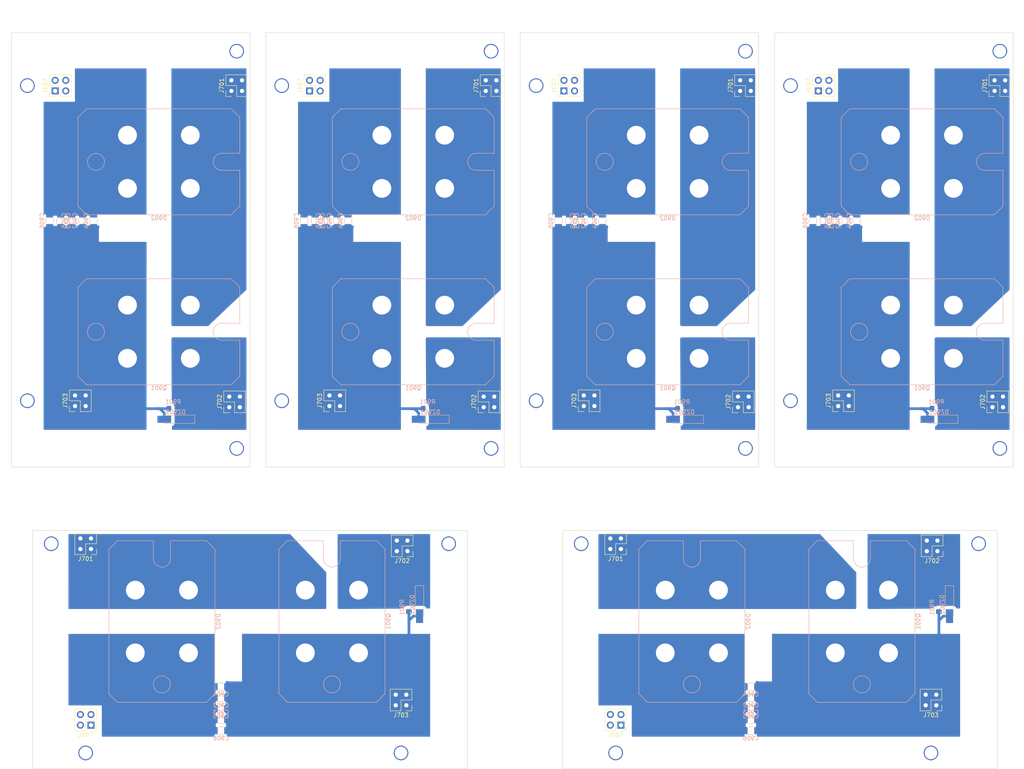
<source format=kicad_pcb>
(kicad_pcb (version 20171130) (host pcbnew 5.1.5)
  (layers (0 F.Cu signal) (31 B.Cu signal) (34 B.Paste user) (35 F.Paste user) (36 B.SilkS user) (37 F.SilkS user) (38 B.Mask user) (39 F.Mask user) (44 Edge.Cuts user))
  (net 0 "")
  (net 1 GND)
  (net 2 /chopper/GATE)
  (net 3 +36V)
  (net 4 /chopper/-MOTOR)
  (net 5 "Net-(J107-Pad1)")
  (module Capacitor_SMD:C_1206_3216Metric_Pad1.42x1.75mm_HandSolder (layer B.Cu) (at 205.770165 177.98085)
    (fp_text reference C905 (at 0 1.82 180) (layer B.SilkS) (effects (justify mirror)))
    (fp_text value "10nF 250V")
    (pad 1 smd roundrect (at -1.4875 0) (size 1.425 1.75) (layers B.Cu B.Paste B.Mask) (roundrect_rratio 0.175439))
    (pad 2 smd roundrect (at 1.4875 0) (size 1.425 1.75) (layers B.Cu B.Paste B.Mask) (roundrect_rratio 0.175439))
  )
  (module Connector_PinHeader_2.54mm:PinHeader_2x02_P2.54mm_Vertical (layer F.Cu) (at 250.46432 140.21054 180)
    (fp_text reference J702 (at 1.27 -2.33) (layer F.SilkS))
    (fp_text value GATED)
    (pad 1 thru_hole rect (at 0 0 180) (size 1.7 1.7) (drill 1) (layers *.Cu *.Mask))
    (pad 2 thru_hole oval (at 2.54 0 180) (size 1.7 1.7) (drill 1) (layers *.Cu *.Mask))
    (pad 3 thru_hole oval (at 0 2.54 180) (size 1.7 1.7) (drill 1) (layers *.Cu *.Mask))
    (pad 4 thru_hole oval (at 2.54 2.54 180) (size 1.7 1.7) (drill 1) (layers *.Cu *.Mask))
  )
  (module Capacitor_SMD:C_1206_3216Metric_Pad1.42x1.75mm_HandSolder (layer B.Cu) (at 205.770165 180.611275 180)
    (fp_text reference C903 (at 0 1.82) (layer B.SilkS) (effects (justify mirror)))
    (fp_text value "10nF 250V")
    (pad 2 smd roundrect (at 1.4875 0 180) (size 1.425 1.75) (layers B.Cu B.Paste B.Mask) (roundrect_rratio 0.175439))
    (pad 1 smd roundrect (at -1.4875 0 180) (size 1.425 1.75) (layers B.Cu B.Paste B.Mask) (roundrect_rratio 0.175439))
  )
  (module Resistor_SMD:R_0805_2012Metric_Pad1.15x1.40mm_HandSolder (layer B.Cu) (at 250.825 153.67 270)
    (fp_text reference R901 (at 0 1.65 90) (layer B.SilkS) (effects (justify mirror)))
    (fp_text value 10K)
    (pad 2 smd roundrect (at 1.025 0 270) (size 1.15 1.4) (layers B.Cu B.Paste B.Mask) (roundrect_rratio 0.217391))
    (pad 1 smd roundrect (at -1.025 0 270) (size 1.15 1.4) (layers B.Cu B.Paste B.Mask) (roundrect_rratio 0.217391))
  )
  (module Package_TO_SOT_THT:SOT-227 (layer B.Cu) (at 197.999928 164.602649 90)
    (fp_text reference D902 (at 7.525 7.125 270) (layer B.SilkS) (effects (justify mirror)))
    (fp_text value DSEI2x101)
    (pad 3 smd rect (at 15.05 -13.415 90) (size 8.55 10.88) (layers B.Cu B.Mask))
    (pad 4 smd rect (at 0 -13.415 90) (size 8.55 10.88) (layers B.Cu B.Mask))
    (pad 2 smd rect (at 15.05 0.665 90) (size 8.55 10.88) (layers B.Cu B.Mask))
    (pad 1 smd rect (at 0 0.665 90) (size 8.55 10.88) (layers B.Cu B.Mask))
    (pad 4 thru_hole circle (at 0 -12.75 90) (size 8 8) (drill 4.5) (layers *.Cu *.Mask))
    (pad 3 thru_hole circle (at 15.05 -12.75 90) (size 8 8) (drill 4.5) (layers *.Cu *.Mask))
    (pad 2 thru_hole circle (at 15.05 0 90) (size 8 8) (drill 4.5) (layers *.Cu *.Mask))
    (pad 1 thru_hole circle (at 0 0 90) (size 8 8) (drill 4.5) (layers *.Cu *.Mask))
  )
  (module Package_TO_SOT_THT:SOT-227 (layer B.Cu) (at 238.749928 164.602649 90)
    (fp_text reference Q901 (at 7.525 7.125 270) (layer B.SilkS) (effects (justify mirror)))
    (fp_text value IXFN420N10T)
    (pad 1 thru_hole circle (at 0 0 90) (size 8 8) (drill 4.5) (layers *.Cu *.Mask))
    (pad 2 thru_hole circle (at 15.05 0 90) (size 8 8) (drill 4.5) (layers *.Cu *.Mask))
    (pad 3 thru_hole circle (at 15.05 -12.75 90) (size 8 8) (drill 4.5) (layers *.Cu *.Mask))
    (pad 4 thru_hole circle (at 0 -12.75 90) (size 8 8) (drill 4.5) (layers *.Cu *.Mask))
    (pad 1 smd rect (at 0 0.665 90) (size 8.55 10.88) (layers B.Cu B.Mask))
    (pad 2 smd rect (at 15.05 0.665 90) (size 8.55 10.88) (layers B.Cu B.Mask))
    (pad 4 smd rect (at 0 -13.415 90) (size 8.55 10.88) (layers B.Cu B.Mask))
    (pad 3 smd rect (at 15.05 -13.415 90) (size 8.55 10.88) (layers B.Cu B.Mask))
  )
  (module Diode_SMD:D_MiniMELF_Handsoldering (layer B.Cu) (at 253.365 153.035 270)
    (fp_text reference DZ901 (at 0 1.75 90) (layer B.SilkS) (effects (justify mirror)))
    (fp_text value 15V)
    (pad 1 smd rect (at -2.75 0 270) (size 3.3 1.7) (layers B.Cu B.Paste B.Mask))
    (pad 2 smd rect (at 2.75 0 270) (size 3.3 1.7) (layers B.Cu B.Paste B.Mask))
  )
  (module Capacitor_SMD:C_1206_3216Metric_Pad1.42x1.75mm_HandSolder (layer B.Cu) (at 205.770165 183.2417)
    (fp_text reference C906 (at 0 1.82 180) (layer B.SilkS) (effects (justify mirror)))
    (fp_text value "10nF 250V")
    (pad 1 smd roundrect (at -1.4875 0) (size 1.425 1.75) (layers B.Cu B.Paste B.Mask) (roundrect_rratio 0.175439))
    (pad 2 smd roundrect (at 1.4875 0) (size 1.425 1.75) (layers B.Cu B.Paste B.Mask) (roundrect_rratio 0.175439))
  )
  (module Capacitor_SMD:C_1206_3216Metric_Pad1.42x1.75mm_HandSolder (layer B.Cu) (at 205.770165 172.72)
    (fp_text reference C904 (at 0 1.82 180) (layer B.SilkS) (effects (justify mirror)))
    (fp_text value "10nF 250V")
    (pad 2 smd roundrect (at 1.4875 0) (size 1.425 1.75) (layers B.Cu B.Paste B.Mask) (roundrect_rratio 0.175439))
    (pad 1 smd roundrect (at -1.4875 0) (size 1.425 1.75) (layers B.Cu B.Paste B.Mask) (roundrect_rratio 0.175439))
  )
  (module Connector_PinHeader_2.54mm:PinHeader_2x02_P2.54mm_Vertical (layer F.Cu) (at 174.625 139.7 180)
    (fp_text reference J701 (at 1.27 -2.33) (layer F.SilkS))
    (fp_text value DRAIND)
    (pad 1 thru_hole rect (at 0 0 180) (size 1.7 1.7) (drill 1) (layers *.Cu *.Mask))
    (pad 2 thru_hole oval (at 2.54 0 180) (size 1.7 1.7) (drill 1) (layers *.Cu *.Mask))
    (pad 3 thru_hole oval (at 0 2.54 180) (size 1.7 1.7) (drill 1) (layers *.Cu *.Mask))
    (pad 4 thru_hole oval (at 2.54 2.54 180) (size 1.7 1.7) (drill 1) (layers *.Cu *.Mask))
  )
  (module Connector_PinHeader_2.54mm:PinHeader_2x02_P2.54mm_Vertical (layer F.Cu) (at 250.195 177.17 180)
    (fp_text reference J703 (at 1.27 -2.33) (layer F.SilkS))
    (fp_text value SOURCED)
    (pad 1 thru_hole rect (at 0 0 180) (size 1.7 1.7) (drill 1) (layers *.Cu *.Mask))
    (pad 2 thru_hole oval (at 2.54 0 180) (size 1.7 1.7) (drill 1) (layers *.Cu *.Mask))
    (pad 3 thru_hole oval (at 0 2.54 180) (size 1.7 1.7) (drill 1) (layers *.Cu *.Mask))
    (pad 4 thru_hole oval (at 2.54 2.54 180) (size 1.7 1.7) (drill 1) (layers *.Cu *.Mask))
  )
  (module Connector_PinHeader_2.54mm:PinHeader_2x02_P2.54mm_Vertical (layer F.Cu) (at 174.63 181.9325 180)
    (fp_text reference J107 (at 1.27 -2.33) (layer F.SilkS))
    (fp_text value HOLD1)
    (pad 1 thru_hole rect (at 0 0 180) (size 1.7 1.7) (drill 1) (layers *.Cu *.Mask))
    (pad 2 thru_hole oval (at 2.54 0 180) (size 1.7 1.7) (drill 1) (layers *.Cu *.Mask))
    (pad 3 thru_hole oval (at 0 2.54 180) (size 1.7 1.7) (drill 1) (layers *.Cu *.Mask))
    (pad 4 thru_hole oval (at 2.54 2.54 180) (size 1.7 1.7) (drill 1) (layers *.Cu *.Mask))
  )
  (module Capacitor_SMD:C_1206_3216Metric_Pad1.42x1.75mm_HandSolder (layer B.Cu) (at 205.770165 175.350425)
    (fp_text reference C902 (at 0 1.82 180) (layer B.SilkS) (effects (justify mirror)))
    (fp_text value "10nF 250V")
    (pad 1 smd roundrect (at -1.4875 0) (size 1.425 1.75) (layers B.Cu B.Paste B.Mask) (roundrect_rratio 0.175439))
    (pad 2 smd roundrect (at 1.4875 0) (size 1.425 1.75) (layers B.Cu B.Paste B.Mask) (roundrect_rratio 0.175439))
  )
  (module Capacitor_SMD:C_1206_3216Metric_Pad1.42x1.75mm_HandSolder (layer B.Cu) (at 78.770165 177.98085)
    (fp_text reference C905 (at 0 1.82 180) (layer B.SilkS) (effects (justify mirror)))
    (fp_text value "10nF 250V")
    (pad 1 smd roundrect (at -1.4875 0) (size 1.425 1.75) (layers B.Cu B.Paste B.Mask) (roundrect_rratio 0.175439))
    (pad 2 smd roundrect (at 1.4875 0) (size 1.425 1.75) (layers B.Cu B.Paste B.Mask) (roundrect_rratio 0.175439))
  )
  (module Connector_PinHeader_2.54mm:PinHeader_2x02_P2.54mm_Vertical (layer F.Cu) (at 123.46432 140.21054 180)
    (fp_text reference J702 (at 1.27 -2.33) (layer F.SilkS))
    (fp_text value GATED)
    (pad 1 thru_hole rect (at 0 0 180) (size 1.7 1.7) (drill 1) (layers *.Cu *.Mask))
    (pad 2 thru_hole oval (at 2.54 0 180) (size 1.7 1.7) (drill 1) (layers *.Cu *.Mask))
    (pad 3 thru_hole oval (at 0 2.54 180) (size 1.7 1.7) (drill 1) (layers *.Cu *.Mask))
    (pad 4 thru_hole oval (at 2.54 2.54 180) (size 1.7 1.7) (drill 1) (layers *.Cu *.Mask))
  )
  (module Capacitor_SMD:C_1206_3216Metric_Pad1.42x1.75mm_HandSolder (layer B.Cu) (at 78.770165 180.611275 180)
    (fp_text reference C903 (at 0 1.82) (layer B.SilkS) (effects (justify mirror)))
    (fp_text value "10nF 250V")
    (pad 2 smd roundrect (at 1.4875 0 180) (size 1.425 1.75) (layers B.Cu B.Paste B.Mask) (roundrect_rratio 0.175439))
    (pad 1 smd roundrect (at -1.4875 0 180) (size 1.425 1.75) (layers B.Cu B.Paste B.Mask) (roundrect_rratio 0.175439))
  )
  (module Resistor_SMD:R_0805_2012Metric_Pad1.15x1.40mm_HandSolder (layer B.Cu) (at 123.825 153.67 270)
    (fp_text reference R901 (at 0 1.65 90) (layer B.SilkS) (effects (justify mirror)))
    (fp_text value 10K)
    (pad 2 smd roundrect (at 1.025 0 270) (size 1.15 1.4) (layers B.Cu B.Paste B.Mask) (roundrect_rratio 0.217391))
    (pad 1 smd roundrect (at -1.025 0 270) (size 1.15 1.4) (layers B.Cu B.Paste B.Mask) (roundrect_rratio 0.217391))
  )
  (module Package_TO_SOT_THT:SOT-227 (layer B.Cu) (at 70.999928 164.602649 90)
    (fp_text reference D902 (at 7.525 7.125 270) (layer B.SilkS) (effects (justify mirror)))
    (fp_text value DSEI2x101)
    (pad 3 smd rect (at 15.05 -13.415 90) (size 8.55 10.88) (layers B.Cu B.Mask))
    (pad 4 smd rect (at 0 -13.415 90) (size 8.55 10.88) (layers B.Cu B.Mask))
    (pad 2 smd rect (at 15.05 0.665 90) (size 8.55 10.88) (layers B.Cu B.Mask))
    (pad 1 smd rect (at 0 0.665 90) (size 8.55 10.88) (layers B.Cu B.Mask))
    (pad 4 thru_hole circle (at 0 -12.75 90) (size 8 8) (drill 4.5) (layers *.Cu *.Mask))
    (pad 3 thru_hole circle (at 15.05 -12.75 90) (size 8 8) (drill 4.5) (layers *.Cu *.Mask))
    (pad 2 thru_hole circle (at 15.05 0 90) (size 8 8) (drill 4.5) (layers *.Cu *.Mask))
    (pad 1 thru_hole circle (at 0 0 90) (size 8 8) (drill 4.5) (layers *.Cu *.Mask))
  )
  (module Package_TO_SOT_THT:SOT-227 (layer B.Cu) (at 111.749928 164.602649 90)
    (fp_text reference Q901 (at 7.525 7.125 270) (layer B.SilkS) (effects (justify mirror)))
    (fp_text value IXFN420N10T)
    (pad 1 thru_hole circle (at 0 0 90) (size 8 8) (drill 4.5) (layers *.Cu *.Mask))
    (pad 2 thru_hole circle (at 15.05 0 90) (size 8 8) (drill 4.5) (layers *.Cu *.Mask))
    (pad 3 thru_hole circle (at 15.05 -12.75 90) (size 8 8) (drill 4.5) (layers *.Cu *.Mask))
    (pad 4 thru_hole circle (at 0 -12.75 90) (size 8 8) (drill 4.5) (layers *.Cu *.Mask))
    (pad 1 smd rect (at 0 0.665 90) (size 8.55 10.88) (layers B.Cu B.Mask))
    (pad 2 smd rect (at 15.05 0.665 90) (size 8.55 10.88) (layers B.Cu B.Mask))
    (pad 4 smd rect (at 0 -13.415 90) (size 8.55 10.88) (layers B.Cu B.Mask))
    (pad 3 smd rect (at 15.05 -13.415 90) (size 8.55 10.88) (layers B.Cu B.Mask))
  )
  (module Diode_SMD:D_MiniMELF_Handsoldering (layer B.Cu) (at 126.365 153.035 270)
    (fp_text reference DZ901 (at 0 1.75 90) (layer B.SilkS) (effects (justify mirror)))
    (fp_text value 15V)
    (pad 1 smd rect (at -2.75 0 270) (size 3.3 1.7) (layers B.Cu B.Paste B.Mask))
    (pad 2 smd rect (at 2.75 0 270) (size 3.3 1.7) (layers B.Cu B.Paste B.Mask))
  )
  (module Capacitor_SMD:C_1206_3216Metric_Pad1.42x1.75mm_HandSolder (layer B.Cu) (at 78.770165 183.2417)
    (fp_text reference C906 (at 0 1.82 180) (layer B.SilkS) (effects (justify mirror)))
    (fp_text value "10nF 250V")
    (pad 1 smd roundrect (at -1.4875 0) (size 1.425 1.75) (layers B.Cu B.Paste B.Mask) (roundrect_rratio 0.175439))
    (pad 2 smd roundrect (at 1.4875 0) (size 1.425 1.75) (layers B.Cu B.Paste B.Mask) (roundrect_rratio 0.175439))
  )
  (module Capacitor_SMD:C_1206_3216Metric_Pad1.42x1.75mm_HandSolder (layer B.Cu) (at 78.770165 172.72)
    (fp_text reference C904 (at 0 1.82 180) (layer B.SilkS) (effects (justify mirror)))
    (fp_text value "10nF 250V")
    (pad 2 smd roundrect (at 1.4875 0) (size 1.425 1.75) (layers B.Cu B.Paste B.Mask) (roundrect_rratio 0.175439))
    (pad 1 smd roundrect (at -1.4875 0) (size 1.425 1.75) (layers B.Cu B.Paste B.Mask) (roundrect_rratio 0.175439))
  )
  (module Connector_PinHeader_2.54mm:PinHeader_2x02_P2.54mm_Vertical (layer F.Cu) (at 47.625 139.7 180)
    (fp_text reference J701 (at 1.27 -2.33) (layer F.SilkS))
    (fp_text value DRAIND)
    (pad 1 thru_hole rect (at 0 0 180) (size 1.7 1.7) (drill 1) (layers *.Cu *.Mask))
    (pad 2 thru_hole oval (at 2.54 0 180) (size 1.7 1.7) (drill 1) (layers *.Cu *.Mask))
    (pad 3 thru_hole oval (at 0 2.54 180) (size 1.7 1.7) (drill 1) (layers *.Cu *.Mask))
    (pad 4 thru_hole oval (at 2.54 2.54 180) (size 1.7 1.7) (drill 1) (layers *.Cu *.Mask))
  )
  (module Connector_PinHeader_2.54mm:PinHeader_2x02_P2.54mm_Vertical (layer F.Cu) (at 123.195 177.17 180)
    (fp_text reference J703 (at 1.27 -2.33) (layer F.SilkS))
    (fp_text value SOURCED)
    (pad 1 thru_hole rect (at 0 0 180) (size 1.7 1.7) (drill 1) (layers *.Cu *.Mask))
    (pad 2 thru_hole oval (at 2.54 0 180) (size 1.7 1.7) (drill 1) (layers *.Cu *.Mask))
    (pad 3 thru_hole oval (at 0 2.54 180) (size 1.7 1.7) (drill 1) (layers *.Cu *.Mask))
    (pad 4 thru_hole oval (at 2.54 2.54 180) (size 1.7 1.7) (drill 1) (layers *.Cu *.Mask))
  )
  (module Connector_PinHeader_2.54mm:PinHeader_2x02_P2.54mm_Vertical (layer F.Cu) (at 47.63 181.9325 180)
    (fp_text reference J107 (at 1.27 -2.33) (layer F.SilkS))
    (fp_text value HOLD1)
    (pad 1 thru_hole rect (at 0 0 180) (size 1.7 1.7) (drill 1) (layers *.Cu *.Mask))
    (pad 2 thru_hole oval (at 2.54 0 180) (size 1.7 1.7) (drill 1) (layers *.Cu *.Mask))
    (pad 3 thru_hole oval (at 0 2.54 180) (size 1.7 1.7) (drill 1) (layers *.Cu *.Mask))
    (pad 4 thru_hole oval (at 2.54 2.54 180) (size 1.7 1.7) (drill 1) (layers *.Cu *.Mask))
  )
  (module Capacitor_SMD:C_1206_3216Metric_Pad1.42x1.75mm_HandSolder (layer B.Cu) (at 78.770165 175.350425)
    (fp_text reference C902 (at 0 1.82 180) (layer B.SilkS) (effects (justify mirror)))
    (fp_text value "10nF 250V")
    (pad 1 smd roundrect (at -1.4875 0) (size 1.425 1.75) (layers B.Cu B.Paste B.Mask) (roundrect_rratio 0.175439))
    (pad 2 smd roundrect (at 1.4875 0) (size 1.425 1.75) (layers B.Cu B.Paste B.Mask) (roundrect_rratio 0.175439))
  )
  (module Capacitor_SMD:C_1206_3216Metric_Pad1.42x1.75mm_HandSolder (layer B.Cu) (at 42.99915 60.990165 270)
    (fp_text reference C905 (at 0 1.82 270) (layer B.SilkS) (effects (justify mirror)))
    (fp_text value "10nF 250V")
    (pad 1 smd roundrect (at -1.4875 0 270) (size 1.425 1.75) (layers B.Cu B.Paste B.Mask) (roundrect_rratio 0.175439))
    (pad 2 smd roundrect (at 1.4875 0 270) (size 1.425 1.75) (layers B.Cu B.Paste B.Mask) (roundrect_rratio 0.175439))
  )
  (module Connector_PinHeader_2.54mm:PinHeader_2x02_P2.54mm_Vertical (layer F.Cu) (at 80.76946 105.68432 90)
    (fp_text reference J702 (at 1.27 -2.33 90) (layer F.SilkS))
    (fp_text value GATED)
    (pad 1 thru_hole rect (at 0 0 90) (size 1.7 1.7) (drill 1) (layers *.Cu *.Mask))
    (pad 2 thru_hole oval (at 2.54 0 90) (size 1.7 1.7) (drill 1) (layers *.Cu *.Mask))
    (pad 3 thru_hole oval (at 0 2.54 90) (size 1.7 1.7) (drill 1) (layers *.Cu *.Mask))
    (pad 4 thru_hole oval (at 2.54 2.54 90) (size 1.7 1.7) (drill 1) (layers *.Cu *.Mask))
  )
  (module Capacitor_SMD:C_1206_3216Metric_Pad1.42x1.75mm_HandSolder (layer B.Cu) (at 40.368725 60.990165 90)
    (fp_text reference C903 (at 0 1.82 90) (layer B.SilkS) (effects (justify mirror)))
    (fp_text value "10nF 250V")
    (pad 2 smd roundrect (at 1.4875 0 90) (size 1.425 1.75) (layers B.Cu B.Paste B.Mask) (roundrect_rratio 0.175439))
    (pad 1 smd roundrect (at -1.4875 0 90) (size 1.425 1.75) (layers B.Cu B.Paste B.Mask) (roundrect_rratio 0.175439))
  )
  (module Resistor_SMD:R_0805_2012Metric_Pad1.15x1.40mm_HandSolder (layer B.Cu) (at 67.31 106.045 180)
    (fp_text reference R901 (at 0 1.65) (layer B.SilkS) (effects (justify mirror)))
    (fp_text value 10K)
    (pad 2 smd roundrect (at 1.025 0 180) (size 1.15 1.4) (layers B.Cu B.Paste B.Mask) (roundrect_rratio 0.217391))
    (pad 1 smd roundrect (at -1.025 0 180) (size 1.15 1.4) (layers B.Cu B.Paste B.Mask) (roundrect_rratio 0.217391))
  )
  (module Package_TO_SOT_THT:SOT-227 (layer B.Cu) (at 56.377351 53.219928)
    (fp_text reference D902 (at 7.525 7.125 180) (layer B.SilkS) (effects (justify mirror)))
    (fp_text value DSEI2x101)
    (pad 3 smd rect (at 15.05 -13.415) (size 8.55 10.88) (layers B.Cu B.Mask))
    (pad 4 smd rect (at 0 -13.415) (size 8.55 10.88) (layers B.Cu B.Mask))
    (pad 2 smd rect (at 15.05 0.665) (size 8.55 10.88) (layers B.Cu B.Mask))
    (pad 1 smd rect (at 0 0.665) (size 8.55 10.88) (layers B.Cu B.Mask))
    (pad 4 thru_hole circle (at 0 -12.75) (size 8 8) (drill 4.5) (layers *.Cu *.Mask))
    (pad 3 thru_hole circle (at 15.05 -12.75) (size 8 8) (drill 4.5) (layers *.Cu *.Mask))
    (pad 2 thru_hole circle (at 15.05 0) (size 8 8) (drill 4.5) (layers *.Cu *.Mask))
    (pad 1 thru_hole circle (at 0 0) (size 8 8) (drill 4.5) (layers *.Cu *.Mask))
  )
  (module Package_TO_SOT_THT:SOT-227 (layer B.Cu) (at 56.377351 93.969928)
    (fp_text reference Q901 (at 7.525 7.125 180) (layer B.SilkS) (effects (justify mirror)))
    (fp_text value IXFN420N10T)
    (pad 1 thru_hole circle (at 0 0) (size 8 8) (drill 4.5) (layers *.Cu *.Mask))
    (pad 2 thru_hole circle (at 15.05 0) (size 8 8) (drill 4.5) (layers *.Cu *.Mask))
    (pad 3 thru_hole circle (at 15.05 -12.75) (size 8 8) (drill 4.5) (layers *.Cu *.Mask))
    (pad 4 thru_hole circle (at 0 -12.75) (size 8 8) (drill 4.5) (layers *.Cu *.Mask))
    (pad 1 smd rect (at 0 0.665) (size 8.55 10.88) (layers B.Cu B.Mask))
    (pad 2 smd rect (at 15.05 0.665) (size 8.55 10.88) (layers B.Cu B.Mask))
    (pad 4 smd rect (at 0 -13.415) (size 8.55 10.88) (layers B.Cu B.Mask))
    (pad 3 smd rect (at 15.05 -13.415) (size 8.55 10.88) (layers B.Cu B.Mask))
  )
  (module Diode_SMD:D_MiniMELF_Handsoldering (layer B.Cu) (at 67.945 108.585 180)
    (fp_text reference DZ901 (at 0 1.75) (layer B.SilkS) (effects (justify mirror)))
    (fp_text value 15V)
    (pad 1 smd rect (at -2.75 0 180) (size 3.3 1.7) (layers B.Cu B.Paste B.Mask))
    (pad 2 smd rect (at 2.75 0 180) (size 3.3 1.7) (layers B.Cu B.Paste B.Mask))
  )
  (module Capacitor_SMD:C_1206_3216Metric_Pad1.42x1.75mm_HandSolder (layer B.Cu) (at 37.7383 60.990165 270)
    (fp_text reference C906 (at 0 1.82 270) (layer B.SilkS) (effects (justify mirror)))
    (fp_text value "10nF 250V")
    (pad 1 smd roundrect (at -1.4875 0 270) (size 1.425 1.75) (layers B.Cu B.Paste B.Mask) (roundrect_rratio 0.175439))
    (pad 2 smd roundrect (at 1.4875 0 270) (size 1.425 1.75) (layers B.Cu B.Paste B.Mask) (roundrect_rratio 0.175439))
  )
  (module Capacitor_SMD:C_1206_3216Metric_Pad1.42x1.75mm_HandSolder (layer B.Cu) (at 48.26 60.990165 270)
    (fp_text reference C904 (at 0 1.82 270) (layer B.SilkS) (effects (justify mirror)))
    (fp_text value "10nF 250V")
    (pad 2 smd roundrect (at 1.4875 0 270) (size 1.425 1.75) (layers B.Cu B.Paste B.Mask) (roundrect_rratio 0.175439))
    (pad 1 smd roundrect (at -1.4875 0 270) (size 1.425 1.75) (layers B.Cu B.Paste B.Mask) (roundrect_rratio 0.175439))
  )
  (module Connector_PinHeader_2.54mm:PinHeader_2x02_P2.54mm_Vertical (layer F.Cu) (at 81.28 29.845 90)
    (fp_text reference J701 (at 1.27 -2.33 90) (layer F.SilkS))
    (fp_text value DRAIND)
    (pad 1 thru_hole rect (at 0 0 90) (size 1.7 1.7) (drill 1) (layers *.Cu *.Mask))
    (pad 2 thru_hole oval (at 2.54 0 90) (size 1.7 1.7) (drill 1) (layers *.Cu *.Mask))
    (pad 3 thru_hole oval (at 0 2.54 90) (size 1.7 1.7) (drill 1) (layers *.Cu *.Mask))
    (pad 4 thru_hole oval (at 2.54 2.54 90) (size 1.7 1.7) (drill 1) (layers *.Cu *.Mask))
  )
  (module Connector_PinHeader_2.54mm:PinHeader_2x02_P2.54mm_Vertical (layer F.Cu) (at 43.81 105.415 90)
    (fp_text reference J703 (at 1.27 -2.33 90) (layer F.SilkS))
    (fp_text value SOURCED)
    (pad 1 thru_hole rect (at 0 0 90) (size 1.7 1.7) (drill 1) (layers *.Cu *.Mask))
    (pad 2 thru_hole oval (at 2.54 0 90) (size 1.7 1.7) (drill 1) (layers *.Cu *.Mask))
    (pad 3 thru_hole oval (at 0 2.54 90) (size 1.7 1.7) (drill 1) (layers *.Cu *.Mask))
    (pad 4 thru_hole oval (at 2.54 2.54 90) (size 1.7 1.7) (drill 1) (layers *.Cu *.Mask))
  )
  (module Connector_PinHeader_2.54mm:PinHeader_2x02_P2.54mm_Vertical (layer F.Cu) (at 39.0475 29.85 90)
    (fp_text reference J107 (at 1.27 -2.33 90) (layer F.SilkS))
    (fp_text value HOLD1)
    (pad 1 thru_hole rect (at 0 0 90) (size 1.7 1.7) (drill 1) (layers *.Cu *.Mask))
    (pad 2 thru_hole oval (at 2.54 0 90) (size 1.7 1.7) (drill 1) (layers *.Cu *.Mask))
    (pad 3 thru_hole oval (at 0 2.54 90) (size 1.7 1.7) (drill 1) (layers *.Cu *.Mask))
    (pad 4 thru_hole oval (at 2.54 2.54 90) (size 1.7 1.7) (drill 1) (layers *.Cu *.Mask))
  )
  (module Capacitor_SMD:C_1206_3216Metric_Pad1.42x1.75mm_HandSolder (layer B.Cu) (at 45.629575 60.990165 270)
    (fp_text reference C902 (at 0 1.82 270) (layer B.SilkS) (effects (justify mirror)))
    (fp_text value "10nF 250V")
    (pad 1 smd roundrect (at -1.4875 0 270) (size 1.425 1.75) (layers B.Cu B.Paste B.Mask) (roundrect_rratio 0.175439))
    (pad 2 smd roundrect (at 1.4875 0 270) (size 1.425 1.75) (layers B.Cu B.Paste B.Mask) (roundrect_rratio 0.175439))
  )
  (module Capacitor_SMD:C_1206_3216Metric_Pad1.42x1.75mm_HandSolder (layer B.Cu) (at 103.95915 60.990165 270)
    (fp_text reference C905 (at 0 1.82 270) (layer B.SilkS) (effects (justify mirror)))
    (fp_text value "10nF 250V")
    (pad 1 smd roundrect (at -1.4875 0 270) (size 1.425 1.75) (layers B.Cu B.Paste B.Mask) (roundrect_rratio 0.175439))
    (pad 2 smd roundrect (at 1.4875 0 270) (size 1.425 1.75) (layers B.Cu B.Paste B.Mask) (roundrect_rratio 0.175439))
  )
  (module Connector_PinHeader_2.54mm:PinHeader_2x02_P2.54mm_Vertical (layer F.Cu) (at 141.72946 105.68432 90)
    (fp_text reference J702 (at 1.27 -2.33 90) (layer F.SilkS))
    (fp_text value GATED)
    (pad 1 thru_hole rect (at 0 0 90) (size 1.7 1.7) (drill 1) (layers *.Cu *.Mask))
    (pad 2 thru_hole oval (at 2.54 0 90) (size 1.7 1.7) (drill 1) (layers *.Cu *.Mask))
    (pad 3 thru_hole oval (at 0 2.54 90) (size 1.7 1.7) (drill 1) (layers *.Cu *.Mask))
    (pad 4 thru_hole oval (at 2.54 2.54 90) (size 1.7 1.7) (drill 1) (layers *.Cu *.Mask))
  )
  (module Capacitor_SMD:C_1206_3216Metric_Pad1.42x1.75mm_HandSolder (layer B.Cu) (at 101.328725 60.990165 90)
    (fp_text reference C903 (at 0 1.82 90) (layer B.SilkS) (effects (justify mirror)))
    (fp_text value "10nF 250V")
    (pad 2 smd roundrect (at 1.4875 0 90) (size 1.425 1.75) (layers B.Cu B.Paste B.Mask) (roundrect_rratio 0.175439))
    (pad 1 smd roundrect (at -1.4875 0 90) (size 1.425 1.75) (layers B.Cu B.Paste B.Mask) (roundrect_rratio 0.175439))
  )
  (module Resistor_SMD:R_0805_2012Metric_Pad1.15x1.40mm_HandSolder (layer B.Cu) (at 128.27 106.045 180)
    (fp_text reference R901 (at 0 1.65) (layer B.SilkS) (effects (justify mirror)))
    (fp_text value 10K)
    (pad 2 smd roundrect (at 1.025 0 180) (size 1.15 1.4) (layers B.Cu B.Paste B.Mask) (roundrect_rratio 0.217391))
    (pad 1 smd roundrect (at -1.025 0 180) (size 1.15 1.4) (layers B.Cu B.Paste B.Mask) (roundrect_rratio 0.217391))
  )
  (module Package_TO_SOT_THT:SOT-227 (layer B.Cu) (at 117.337351 53.219928)
    (fp_text reference D902 (at 7.525 7.125 180) (layer B.SilkS) (effects (justify mirror)))
    (fp_text value DSEI2x101)
    (pad 3 smd rect (at 15.05 -13.415) (size 8.55 10.88) (layers B.Cu B.Mask))
    (pad 4 smd rect (at 0 -13.415) (size 8.55 10.88) (layers B.Cu B.Mask))
    (pad 2 smd rect (at 15.05 0.665) (size 8.55 10.88) (layers B.Cu B.Mask))
    (pad 1 smd rect (at 0 0.665) (size 8.55 10.88) (layers B.Cu B.Mask))
    (pad 4 thru_hole circle (at 0 -12.75) (size 8 8) (drill 4.5) (layers *.Cu *.Mask))
    (pad 3 thru_hole circle (at 15.05 -12.75) (size 8 8) (drill 4.5) (layers *.Cu *.Mask))
    (pad 2 thru_hole circle (at 15.05 0) (size 8 8) (drill 4.5) (layers *.Cu *.Mask))
    (pad 1 thru_hole circle (at 0 0) (size 8 8) (drill 4.5) (layers *.Cu *.Mask))
  )
  (module Package_TO_SOT_THT:SOT-227 (layer B.Cu) (at 117.337351 93.969928)
    (fp_text reference Q901 (at 7.525 7.125 180) (layer B.SilkS) (effects (justify mirror)))
    (fp_text value IXFN420N10T)
    (pad 1 thru_hole circle (at 0 0) (size 8 8) (drill 4.5) (layers *.Cu *.Mask))
    (pad 2 thru_hole circle (at 15.05 0) (size 8 8) (drill 4.5) (layers *.Cu *.Mask))
    (pad 3 thru_hole circle (at 15.05 -12.75) (size 8 8) (drill 4.5) (layers *.Cu *.Mask))
    (pad 4 thru_hole circle (at 0 -12.75) (size 8 8) (drill 4.5) (layers *.Cu *.Mask))
    (pad 1 smd rect (at 0 0.665) (size 8.55 10.88) (layers B.Cu B.Mask))
    (pad 2 smd rect (at 15.05 0.665) (size 8.55 10.88) (layers B.Cu B.Mask))
    (pad 4 smd rect (at 0 -13.415) (size 8.55 10.88) (layers B.Cu B.Mask))
    (pad 3 smd rect (at 15.05 -13.415) (size 8.55 10.88) (layers B.Cu B.Mask))
  )
  (module Diode_SMD:D_MiniMELF_Handsoldering (layer B.Cu) (at 128.905 108.585 180)
    (fp_text reference DZ901 (at 0 1.75) (layer B.SilkS) (effects (justify mirror)))
    (fp_text value 15V)
    (pad 1 smd rect (at -2.75 0 180) (size 3.3 1.7) (layers B.Cu B.Paste B.Mask))
    (pad 2 smd rect (at 2.75 0 180) (size 3.3 1.7) (layers B.Cu B.Paste B.Mask))
  )
  (module Capacitor_SMD:C_1206_3216Metric_Pad1.42x1.75mm_HandSolder (layer B.Cu) (at 98.6983 60.990165 270)
    (fp_text reference C906 (at 0 1.82 270) (layer B.SilkS) (effects (justify mirror)))
    (fp_text value "10nF 250V")
    (pad 1 smd roundrect (at -1.4875 0 270) (size 1.425 1.75) (layers B.Cu B.Paste B.Mask) (roundrect_rratio 0.175439))
    (pad 2 smd roundrect (at 1.4875 0 270) (size 1.425 1.75) (layers B.Cu B.Paste B.Mask) (roundrect_rratio 0.175439))
  )
  (module Capacitor_SMD:C_1206_3216Metric_Pad1.42x1.75mm_HandSolder (layer B.Cu) (at 109.22 60.990165 270)
    (fp_text reference C904 (at 0 1.82 270) (layer B.SilkS) (effects (justify mirror)))
    (fp_text value "10nF 250V")
    (pad 2 smd roundrect (at 1.4875 0 270) (size 1.425 1.75) (layers B.Cu B.Paste B.Mask) (roundrect_rratio 0.175439))
    (pad 1 smd roundrect (at -1.4875 0 270) (size 1.425 1.75) (layers B.Cu B.Paste B.Mask) (roundrect_rratio 0.175439))
  )
  (module Connector_PinHeader_2.54mm:PinHeader_2x02_P2.54mm_Vertical (layer F.Cu) (at 142.24 29.845 90)
    (fp_text reference J701 (at 1.27 -2.33 90) (layer F.SilkS))
    (fp_text value DRAIND)
    (pad 1 thru_hole rect (at 0 0 90) (size 1.7 1.7) (drill 1) (layers *.Cu *.Mask))
    (pad 2 thru_hole oval (at 2.54 0 90) (size 1.7 1.7) (drill 1) (layers *.Cu *.Mask))
    (pad 3 thru_hole oval (at 0 2.54 90) (size 1.7 1.7) (drill 1) (layers *.Cu *.Mask))
    (pad 4 thru_hole oval (at 2.54 2.54 90) (size 1.7 1.7) (drill 1) (layers *.Cu *.Mask))
  )
  (module Connector_PinHeader_2.54mm:PinHeader_2x02_P2.54mm_Vertical (layer F.Cu) (at 104.77 105.415 90)
    (fp_text reference J703 (at 1.27 -2.33 90) (layer F.SilkS))
    (fp_text value SOURCED)
    (pad 1 thru_hole rect (at 0 0 90) (size 1.7 1.7) (drill 1) (layers *.Cu *.Mask))
    (pad 2 thru_hole oval (at 2.54 0 90) (size 1.7 1.7) (drill 1) (layers *.Cu *.Mask))
    (pad 3 thru_hole oval (at 0 2.54 90) (size 1.7 1.7) (drill 1) (layers *.Cu *.Mask))
    (pad 4 thru_hole oval (at 2.54 2.54 90) (size 1.7 1.7) (drill 1) (layers *.Cu *.Mask))
  )
  (module Connector_PinHeader_2.54mm:PinHeader_2x02_P2.54mm_Vertical (layer F.Cu) (at 100.0075 29.85 90)
    (fp_text reference J107 (at 1.27 -2.33 90) (layer F.SilkS))
    (fp_text value HOLD1)
    (pad 1 thru_hole rect (at 0 0 90) (size 1.7 1.7) (drill 1) (layers *.Cu *.Mask))
    (pad 2 thru_hole oval (at 2.54 0 90) (size 1.7 1.7) (drill 1) (layers *.Cu *.Mask))
    (pad 3 thru_hole oval (at 0 2.54 90) (size 1.7 1.7) (drill 1) (layers *.Cu *.Mask))
    (pad 4 thru_hole oval (at 2.54 2.54 90) (size 1.7 1.7) (drill 1) (layers *.Cu *.Mask))
  )
  (module Capacitor_SMD:C_1206_3216Metric_Pad1.42x1.75mm_HandSolder (layer B.Cu) (at 106.589575 60.990165 270)
    (fp_text reference C902 (at 0 1.82 270) (layer B.SilkS) (effects (justify mirror)))
    (fp_text value "10nF 250V")
    (pad 1 smd roundrect (at -1.4875 0 270) (size 1.425 1.75) (layers B.Cu B.Paste B.Mask) (roundrect_rratio 0.175439))
    (pad 2 smd roundrect (at 1.4875 0 270) (size 1.425 1.75) (layers B.Cu B.Paste B.Mask) (roundrect_rratio 0.175439))
  )
  (module Capacitor_SMD:C_1206_3216Metric_Pad1.42x1.75mm_HandSolder (layer B.Cu) (at 164.91915 60.990165 270)
    (fp_text reference C905 (at 0 1.82 270) (layer B.SilkS) (effects (justify mirror)))
    (fp_text value "10nF 250V")
    (pad 1 smd roundrect (at -1.4875 0 270) (size 1.425 1.75) (layers B.Cu B.Paste B.Mask) (roundrect_rratio 0.175439))
    (pad 2 smd roundrect (at 1.4875 0 270) (size 1.425 1.75) (layers B.Cu B.Paste B.Mask) (roundrect_rratio 0.175439))
  )
  (module Connector_PinHeader_2.54mm:PinHeader_2x02_P2.54mm_Vertical (layer F.Cu) (at 202.68946 105.68432 90)
    (fp_text reference J702 (at 1.27 -2.33 90) (layer F.SilkS))
    (fp_text value GATED)
    (pad 1 thru_hole rect (at 0 0 90) (size 1.7 1.7) (drill 1) (layers *.Cu *.Mask))
    (pad 2 thru_hole oval (at 2.54 0 90) (size 1.7 1.7) (drill 1) (layers *.Cu *.Mask))
    (pad 3 thru_hole oval (at 0 2.54 90) (size 1.7 1.7) (drill 1) (layers *.Cu *.Mask))
    (pad 4 thru_hole oval (at 2.54 2.54 90) (size 1.7 1.7) (drill 1) (layers *.Cu *.Mask))
  )
  (module Capacitor_SMD:C_1206_3216Metric_Pad1.42x1.75mm_HandSolder (layer B.Cu) (at 162.288725 60.990165 90)
    (fp_text reference C903 (at 0 1.82 90) (layer B.SilkS) (effects (justify mirror)))
    (fp_text value "10nF 250V")
    (pad 2 smd roundrect (at 1.4875 0 90) (size 1.425 1.75) (layers B.Cu B.Paste B.Mask) (roundrect_rratio 0.175439))
    (pad 1 smd roundrect (at -1.4875 0 90) (size 1.425 1.75) (layers B.Cu B.Paste B.Mask) (roundrect_rratio 0.175439))
  )
  (module Resistor_SMD:R_0805_2012Metric_Pad1.15x1.40mm_HandSolder (layer B.Cu) (at 189.23 106.045 180)
    (fp_text reference R901 (at 0 1.65) (layer B.SilkS) (effects (justify mirror)))
    (fp_text value 10K)
    (pad 2 smd roundrect (at 1.025 0 180) (size 1.15 1.4) (layers B.Cu B.Paste B.Mask) (roundrect_rratio 0.217391))
    (pad 1 smd roundrect (at -1.025 0 180) (size 1.15 1.4) (layers B.Cu B.Paste B.Mask) (roundrect_rratio 0.217391))
  )
  (module Package_TO_SOT_THT:SOT-227 (layer B.Cu) (at 178.297351 53.219928)
    (fp_text reference D902 (at 7.525 7.125 180) (layer B.SilkS) (effects (justify mirror)))
    (fp_text value DSEI2x101)
    (pad 3 smd rect (at 15.05 -13.415) (size 8.55 10.88) (layers B.Cu B.Mask))
    (pad 4 smd rect (at 0 -13.415) (size 8.55 10.88) (layers B.Cu B.Mask))
    (pad 2 smd rect (at 15.05 0.665) (size 8.55 10.88) (layers B.Cu B.Mask))
    (pad 1 smd rect (at 0 0.665) (size 8.55 10.88) (layers B.Cu B.Mask))
    (pad 4 thru_hole circle (at 0 -12.75) (size 8 8) (drill 4.5) (layers *.Cu *.Mask))
    (pad 3 thru_hole circle (at 15.05 -12.75) (size 8 8) (drill 4.5) (layers *.Cu *.Mask))
    (pad 2 thru_hole circle (at 15.05 0) (size 8 8) (drill 4.5) (layers *.Cu *.Mask))
    (pad 1 thru_hole circle (at 0 0) (size 8 8) (drill 4.5) (layers *.Cu *.Mask))
  )
  (module Package_TO_SOT_THT:SOT-227 (layer B.Cu) (at 178.297351 93.969928)
    (fp_text reference Q901 (at 7.525 7.125 180) (layer B.SilkS) (effects (justify mirror)))
    (fp_text value IXFN420N10T)
    (pad 1 thru_hole circle (at 0 0) (size 8 8) (drill 4.5) (layers *.Cu *.Mask))
    (pad 2 thru_hole circle (at 15.05 0) (size 8 8) (drill 4.5) (layers *.Cu *.Mask))
    (pad 3 thru_hole circle (at 15.05 -12.75) (size 8 8) (drill 4.5) (layers *.Cu *.Mask))
    (pad 4 thru_hole circle (at 0 -12.75) (size 8 8) (drill 4.5) (layers *.Cu *.Mask))
    (pad 1 smd rect (at 0 0.665) (size 8.55 10.88) (layers B.Cu B.Mask))
    (pad 2 smd rect (at 15.05 0.665) (size 8.55 10.88) (layers B.Cu B.Mask))
    (pad 4 smd rect (at 0 -13.415) (size 8.55 10.88) (layers B.Cu B.Mask))
    (pad 3 smd rect (at 15.05 -13.415) (size 8.55 10.88) (layers B.Cu B.Mask))
  )
  (module Diode_SMD:D_MiniMELF_Handsoldering (layer B.Cu) (at 189.865 108.585 180)
    (fp_text reference DZ901 (at 0 1.75) (layer B.SilkS) (effects (justify mirror)))
    (fp_text value 15V)
    (pad 1 smd rect (at -2.75 0 180) (size 3.3 1.7) (layers B.Cu B.Paste B.Mask))
    (pad 2 smd rect (at 2.75 0 180) (size 3.3 1.7) (layers B.Cu B.Paste B.Mask))
  )
  (module Capacitor_SMD:C_1206_3216Metric_Pad1.42x1.75mm_HandSolder (layer B.Cu) (at 159.6583 60.990165 270)
    (fp_text reference C906 (at 0 1.82 270) (layer B.SilkS) (effects (justify mirror)))
    (fp_text value "10nF 250V")
    (pad 1 smd roundrect (at -1.4875 0 270) (size 1.425 1.75) (layers B.Cu B.Paste B.Mask) (roundrect_rratio 0.175439))
    (pad 2 smd roundrect (at 1.4875 0 270) (size 1.425 1.75) (layers B.Cu B.Paste B.Mask) (roundrect_rratio 0.175439))
  )
  (module Capacitor_SMD:C_1206_3216Metric_Pad1.42x1.75mm_HandSolder (layer B.Cu) (at 170.18 60.990165 270)
    (fp_text reference C904 (at 0 1.82 270) (layer B.SilkS) (effects (justify mirror)))
    (fp_text value "10nF 250V")
    (pad 2 smd roundrect (at 1.4875 0 270) (size 1.425 1.75) (layers B.Cu B.Paste B.Mask) (roundrect_rratio 0.175439))
    (pad 1 smd roundrect (at -1.4875 0 270) (size 1.425 1.75) (layers B.Cu B.Paste B.Mask) (roundrect_rratio 0.175439))
  )
  (module Connector_PinHeader_2.54mm:PinHeader_2x02_P2.54mm_Vertical (layer F.Cu) (at 203.2 29.845 90)
    (fp_text reference J701 (at 1.27 -2.33 90) (layer F.SilkS))
    (fp_text value DRAIND)
    (pad 1 thru_hole rect (at 0 0 90) (size 1.7 1.7) (drill 1) (layers *.Cu *.Mask))
    (pad 2 thru_hole oval (at 2.54 0 90) (size 1.7 1.7) (drill 1) (layers *.Cu *.Mask))
    (pad 3 thru_hole oval (at 0 2.54 90) (size 1.7 1.7) (drill 1) (layers *.Cu *.Mask))
    (pad 4 thru_hole oval (at 2.54 2.54 90) (size 1.7 1.7) (drill 1) (layers *.Cu *.Mask))
  )
  (module Connector_PinHeader_2.54mm:PinHeader_2x02_P2.54mm_Vertical (layer F.Cu) (at 165.73 105.415 90)
    (fp_text reference J703 (at 1.27 -2.33 90) (layer F.SilkS))
    (fp_text value SOURCED)
    (pad 1 thru_hole rect (at 0 0 90) (size 1.7 1.7) (drill 1) (layers *.Cu *.Mask))
    (pad 2 thru_hole oval (at 2.54 0 90) (size 1.7 1.7) (drill 1) (layers *.Cu *.Mask))
    (pad 3 thru_hole oval (at 0 2.54 90) (size 1.7 1.7) (drill 1) (layers *.Cu *.Mask))
    (pad 4 thru_hole oval (at 2.54 2.54 90) (size 1.7 1.7) (drill 1) (layers *.Cu *.Mask))
  )
  (module Connector_PinHeader_2.54mm:PinHeader_2x02_P2.54mm_Vertical (layer F.Cu) (at 160.9675 29.85 90)
    (fp_text reference J107 (at 1.27 -2.33 90) (layer F.SilkS))
    (fp_text value HOLD1)
    (pad 1 thru_hole rect (at 0 0 90) (size 1.7 1.7) (drill 1) (layers *.Cu *.Mask))
    (pad 2 thru_hole oval (at 2.54 0 90) (size 1.7 1.7) (drill 1) (layers *.Cu *.Mask))
    (pad 3 thru_hole oval (at 0 2.54 90) (size 1.7 1.7) (drill 1) (layers *.Cu *.Mask))
    (pad 4 thru_hole oval (at 2.54 2.54 90) (size 1.7 1.7) (drill 1) (layers *.Cu *.Mask))
  )
  (module Capacitor_SMD:C_1206_3216Metric_Pad1.42x1.75mm_HandSolder (layer B.Cu) (at 167.549575 60.990165 270)
    (fp_text reference C902 (at 0 1.82 270) (layer B.SilkS) (effects (justify mirror)))
    (fp_text value "10nF 250V")
    (pad 1 smd roundrect (at -1.4875 0 270) (size 1.425 1.75) (layers B.Cu B.Paste B.Mask) (roundrect_rratio 0.175439))
    (pad 2 smd roundrect (at 1.4875 0 270) (size 1.425 1.75) (layers B.Cu B.Paste B.Mask) (roundrect_rratio 0.175439))
  )
  (module Capacitor_SMD:C_1206_3216Metric_Pad1.42x1.75mm_HandSolder (layer B.Cu) (at 228.509575 60.990165 270)
    (fp_text reference C902 (at 0 1.82 270) (layer B.SilkS) (effects (justify mirror)))
    (fp_text value "10nF 250V")
    (pad 2 smd roundrect (at 1.4875 0 270) (size 1.425 1.75) (layers B.Cu B.Paste B.Mask) (roundrect_rratio 0.175439) (net 1 GND))
    (pad 1 smd roundrect (at -1.4875 0 270) (size 1.425 1.75) (layers B.Cu B.Paste B.Mask) (roundrect_rratio 0.175439) (net 3 +36V))
  )
  (module Connector_PinHeader_2.54mm:PinHeader_2x02_P2.54mm_Vertical (layer F.Cu) (at 226.69 105.415 90)
    (fp_text reference J703 (at 1.27 -2.33 90) (layer F.SilkS))
    (fp_text value SOURCED)
    (pad 4 thru_hole oval (at 2.54 2.54 90) (size 1.7 1.7) (drill 1) (layers *.Cu *.Mask) (net 1 GND))
    (pad 3 thru_hole oval (at 0 2.54 90) (size 1.7 1.7) (drill 1) (layers *.Cu *.Mask) (net 1 GND))
    (pad 2 thru_hole oval (at 2.54 0 90) (size 1.7 1.7) (drill 1) (layers *.Cu *.Mask) (net 1 GND))
    (pad 1 thru_hole rect (at 0 0 90) (size 1.7 1.7) (drill 1) (layers *.Cu *.Mask) (net 1 GND))
  )
  (module Connector_PinHeader_2.54mm:PinHeader_2x02_P2.54mm_Vertical (layer F.Cu) (at 263.64946 105.68432 90)
    (fp_text reference J702 (at 1.27 -2.33 90) (layer F.SilkS))
    (fp_text value GATED)
    (pad 4 thru_hole oval (at 2.54 2.54 90) (size 1.7 1.7) (drill 1) (layers *.Cu *.Mask) (net 2 /chopper/GATE))
    (pad 3 thru_hole oval (at 0 2.54 90) (size 1.7 1.7) (drill 1) (layers *.Cu *.Mask) (net 2 /chopper/GATE))
    (pad 2 thru_hole oval (at 2.54 0 90) (size 1.7 1.7) (drill 1) (layers *.Cu *.Mask) (net 2 /chopper/GATE))
    (pad 1 thru_hole rect (at 0 0 90) (size 1.7 1.7) (drill 1) (layers *.Cu *.Mask) (net 2 /chopper/GATE))
  )
  (module Connector_PinHeader_2.54mm:PinHeader_2x02_P2.54mm_Vertical (layer F.Cu) (at 264.16 29.845 90)
    (fp_text reference J701 (at 1.27 -2.33 90) (layer F.SilkS))
    (fp_text value DRAIND)
    (pad 4 thru_hole oval (at 2.54 2.54 90) (size 1.7 1.7) (drill 1) (layers *.Cu *.Mask) (net 4 /chopper/-MOTOR))
    (pad 3 thru_hole oval (at 0 2.54 90) (size 1.7 1.7) (drill 1) (layers *.Cu *.Mask) (net 4 /chopper/-MOTOR))
    (pad 2 thru_hole oval (at 2.54 0 90) (size 1.7 1.7) (drill 1) (layers *.Cu *.Mask) (net 4 /chopper/-MOTOR))
    (pad 1 thru_hole rect (at 0 0 90) (size 1.7 1.7) (drill 1) (layers *.Cu *.Mask) (net 4 /chopper/-MOTOR))
  )
  (module Connector_PinHeader_2.54mm:PinHeader_2x02_P2.54mm_Vertical (layer F.Cu) (at 221.9275 29.85 90)
    (fp_text reference J107 (at 1.27 -2.33 90) (layer F.SilkS))
    (fp_text value HOLD1)
    (pad 4 thru_hole oval (at 2.54 2.54 90) (size 1.7 1.7) (drill 1) (layers *.Cu *.Mask) (net 5 "Net-(J107-Pad1)"))
    (pad 3 thru_hole oval (at 0 2.54 90) (size 1.7 1.7) (drill 1) (layers *.Cu *.Mask) (net 5 "Net-(J107-Pad1)"))
    (pad 2 thru_hole oval (at 2.54 0 90) (size 1.7 1.7) (drill 1) (layers *.Cu *.Mask) (net 5 "Net-(J107-Pad1)"))
    (pad 1 thru_hole rect (at 0 0 90) (size 1.7 1.7) (drill 1) (layers *.Cu *.Mask) (net 5 "Net-(J107-Pad1)"))
  )
  (module Capacitor_SMD:C_1206_3216Metric_Pad1.42x1.75mm_HandSolder (layer B.Cu) (at 220.6183 60.990165 270)
    (fp_text reference C906 (at 0 1.82 270) (layer B.SilkS) (effects (justify mirror)))
    (fp_text value "10nF 250V")
    (pad 2 smd roundrect (at 1.4875 0 270) (size 1.425 1.75) (layers B.Cu B.Paste B.Mask) (roundrect_rratio 0.175439) (net 1 GND))
    (pad 1 smd roundrect (at -1.4875 0 270) (size 1.425 1.75) (layers B.Cu B.Paste B.Mask) (roundrect_rratio 0.175439) (net 3 +36V))
  )
  (module Capacitor_SMD:C_1206_3216Metric_Pad1.42x1.75mm_HandSolder (layer B.Cu) (at 231.14 60.990165 270)
    (fp_text reference C904 (at 0 1.82 270) (layer B.SilkS) (effects (justify mirror)))
    (fp_text value "10nF 250V")
    (pad 1 smd roundrect (at -1.4875 0 270) (size 1.425 1.75) (layers B.Cu B.Paste B.Mask) (roundrect_rratio 0.175439) (net 3 +36V))
    (pad 2 smd roundrect (at 1.4875 0 270) (size 1.425 1.75) (layers B.Cu B.Paste B.Mask) (roundrect_rratio 0.175439) (net 1 GND))
  )
  (module Capacitor_SMD:C_1206_3216Metric_Pad1.42x1.75mm_HandSolder (layer B.Cu) (at 225.87915 60.990165 270)
    (fp_text reference C905 (at 0 1.82 270) (layer B.SilkS) (effects (justify mirror)))
    (fp_text value "10nF 250V")
    (pad 2 smd roundrect (at 1.4875 0 270) (size 1.425 1.75) (layers B.Cu B.Paste B.Mask) (roundrect_rratio 0.175439) (net 1 GND))
    (pad 1 smd roundrect (at -1.4875 0 270) (size 1.425 1.75) (layers B.Cu B.Paste B.Mask) (roundrect_rratio 0.175439) (net 3 +36V))
  )
  (module Capacitor_SMD:C_1206_3216Metric_Pad1.42x1.75mm_HandSolder (layer B.Cu) (at 223.248725 60.990165 90)
    (fp_text reference C903 (at 0 1.82 90) (layer B.SilkS) (effects (justify mirror)))
    (fp_text value "10nF 250V")
    (pad 1 smd roundrect (at -1.4875 0 90) (size 1.425 1.75) (layers B.Cu B.Paste B.Mask) (roundrect_rratio 0.175439) (net 1 GND))
    (pad 2 smd roundrect (at 1.4875 0 90) (size 1.425 1.75) (layers B.Cu B.Paste B.Mask) (roundrect_rratio 0.175439) (net 3 +36V))
  )
  (module Diode_SMD:D_MiniMELF_Handsoldering (layer B.Cu) (at 250.825 108.585 180)
    (fp_text reference DZ901 (at 0 1.75) (layer B.SilkS) (effects (justify mirror)))
    (fp_text value 15V)
    (pad 2 smd rect (at 2.75 0 180) (size 3.3 1.7) (layers B.Cu B.Paste B.Mask) (net 1 GND))
    (pad 1 smd rect (at -2.75 0 180) (size 3.3 1.7) (layers B.Cu B.Paste B.Mask) (net 2 /chopper/GATE))
  )
  (module Package_TO_SOT_THT:SOT-227 (layer B.Cu) (at 239.257351 93.969928)
    (fp_text reference Q901 (at 7.525 7.125 180) (layer B.SilkS) (effects (justify mirror)))
    (fp_text value IXFN420N10T)
    (pad 3 smd rect (at 15.05 -13.415) (size 8.55 10.88) (layers B.Cu B.Mask) (net 4 /chopper/-MOTOR))
    (pad 4 smd rect (at 0 -13.415) (size 8.55 10.88) (layers B.Cu B.Mask) (net 1 GND))
    (pad 2 smd rect (at 15.05 0.665) (size 8.55 10.88) (layers B.Cu B.Mask) (net 2 /chopper/GATE))
    (pad 1 smd rect (at 0 0.665) (size 8.55 10.88) (layers B.Cu B.Mask) (net 1 GND))
    (pad 4 thru_hole circle (at 0 -12.75) (size 8 8) (drill 4.5) (layers *.Cu *.Mask) (net 1 GND))
    (pad 3 thru_hole circle (at 15.05 -12.75) (size 8 8) (drill 4.5) (layers *.Cu *.Mask) (net 4 /chopper/-MOTOR))
    (pad 2 thru_hole circle (at 15.05 0) (size 8 8) (drill 4.5) (layers *.Cu *.Mask) (net 2 /chopper/GATE))
    (pad 1 thru_hole circle (at 0 0) (size 8 8) (drill 4.5) (layers *.Cu *.Mask) (net 1 GND))
  )
  (module Package_TO_SOT_THT:SOT-227 (layer B.Cu) (at 239.257351 53.219928)
    (fp_text reference D902 (at 7.525 7.125 180) (layer B.SilkS) (effects (justify mirror)))
    (fp_text value DSEI2x101)
    (pad 1 thru_hole circle (at 0 0) (size 8 8) (drill 4.5) (layers *.Cu *.Mask) (net 3 +36V))
    (pad 2 thru_hole circle (at 15.05 0) (size 8 8) (drill 4.5) (layers *.Cu *.Mask) (net 4 /chopper/-MOTOR))
    (pad 3 thru_hole circle (at 15.05 -12.75) (size 8 8) (drill 4.5) (layers *.Cu *.Mask) (net 4 /chopper/-MOTOR))
    (pad 4 thru_hole circle (at 0 -12.75) (size 8 8) (drill 4.5) (layers *.Cu *.Mask) (net 3 +36V))
    (pad 1 smd rect (at 0 0.665) (size 8.55 10.88) (layers B.Cu B.Mask) (net 3 +36V))
    (pad 2 smd rect (at 15.05 0.665) (size 8.55 10.88) (layers B.Cu B.Mask) (net 4 /chopper/-MOTOR))
    (pad 4 smd rect (at 0 -13.415) (size 8.55 10.88) (layers B.Cu B.Mask) (net 3 +36V))
    (pad 3 smd rect (at 15.05 -13.415) (size 8.55 10.88) (layers B.Cu B.Mask) (net 4 /chopper/-MOTOR))
  )
  (module Resistor_SMD:R_0805_2012Metric_Pad1.15x1.40mm_HandSolder (layer B.Cu) (at 250.19 106.045 180)
    (fp_text reference R901 (at 0 1.65) (layer B.SilkS) (effects (justify mirror)))
    (fp_text value 10K)
    (pad 1 smd roundrect (at -1.025 0 180) (size 1.15 1.4) (layers B.Cu B.Paste B.Mask) (roundrect_rratio 0.217391) (net 2 /chopper/GATE))
    (pad 2 smd roundrect (at 1.025 0 180) (size 1.15 1.4) (layers B.Cu B.Paste B.Mask) (roundrect_rratio 0.217391) (net 1 GND))
  )
  (gr_line (start 160.655 135.255) (end 264.795 135.255) (layer Edge.Cuts) (width 0.1))
  (gr_line (start 264.795 135.255) (end 264.795 192.405) (layer Edge.Cuts) (width 0.1))
  (gr_line (start 264.795 192.405) (end 160.655 192.405) (layer Edge.Cuts) (width 0.1))
  (gr_line (start 160.655 192.405) (end 160.655 135.255) (layer Edge.Cuts) (width 0.1))
  (gr_line (start 33.655 135.255) (end 137.795 135.255) (layer Edge.Cuts) (width 0.1))
  (gr_line (start 137.795 135.255) (end 137.795 192.405) (layer Edge.Cuts) (width 0.1))
  (gr_line (start 137.795 192.405) (end 33.655 192.405) (layer Edge.Cuts) (width 0.1))
  (gr_line (start 33.655 192.405) (end 33.655 135.255) (layer Edge.Cuts) (width 0.1))
  (gr_line (start 85.725 15.875) (end 85.725 120.015) (layer Edge.Cuts) (width 0.1))
  (gr_line (start 85.725 120.015) (end 28.575 120.015) (layer Edge.Cuts) (width 0.1))
  (gr_line (start 28.575 120.015) (end 28.575 15.875) (layer Edge.Cuts) (width 0.1))
  (gr_line (start 28.575 15.875) (end 85.725 15.875) (layer Edge.Cuts) (width 0.1))
  (gr_line (start 146.685 15.875) (end 146.685 120.015) (layer Edge.Cuts) (width 0.1))
  (gr_line (start 146.685 120.015) (end 89.535 120.015) (layer Edge.Cuts) (width 0.1))
  (gr_line (start 89.535 120.015) (end 89.535 15.875) (layer Edge.Cuts) (width 0.1))
  (gr_line (start 89.535 15.875) (end 146.685 15.875) (layer Edge.Cuts) (width 0.1))
  (gr_line (start 207.645 15.875) (end 207.645 120.015) (layer Edge.Cuts) (width 0.1))
  (gr_line (start 207.645 120.015) (end 150.495 120.015) (layer Edge.Cuts) (width 0.1))
  (gr_line (start 150.495 120.015) (end 150.495 15.875) (layer Edge.Cuts) (width 0.1))
  (gr_line (start 150.495 15.875) (end 207.645 15.875) (layer Edge.Cuts) (width 0.1))
  (gr_line (start 211.455 15.875) (end 268.605 15.875) (layer Edge.Cuts) (width 0.1))
  (gr_line (start 211.455 120.015) (end 211.455 15.875) (layer Edge.Cuts) (width 0.1))
  (gr_line (start 268.605 120.015) (end 211.455 120.015) (layer Edge.Cuts) (width 0.1))
  (gr_line (start 268.605 15.875) (end 268.605 120.015) (layer Edge.Cuts) (width 0.1))
  (via (at 265.43 20.32) (size 3.5) (drill 3) (layers F.Cu B.Cu) (net 0))
  (via (at 265.43 115.57) (size 3.5) (drill 3) (layers F.Cu B.Cu) (net 0))
  (via (at 215.265 28.575) (size 3.5) (drill 3) (layers F.Cu B.Cu) (net 0))
  (via (at 215.265 104.14) (size 3.5) (drill 3) (layers F.Cu B.Cu) (net 0))
  (via (at 204.47 20.32) (size 3.5) (drill 3) (layers F.Cu B.Cu) (net 0))
  (via (at 204.47 115.57) (size 3.5) (drill 3) (layers F.Cu B.Cu) (net 0))
  (via (at 154.305 28.575) (size 3.5) (drill 3) (layers F.Cu B.Cu) (net 0))
  (via (at 154.305 104.14) (size 3.5) (drill 3) (layers F.Cu B.Cu) (net 0))
  (segment (start 171.1983 62.477665) (end 168.1983 62.477665) (width 0.762) (layer B.Cu) (net 0))
  (segment (start 168.1983 62.477665) (end 165.1983 62.477665) (width 0.762) (layer B.Cu) (net 0))
  (segment (start 165.1983 62.477665) (end 162.1983 62.477665) (width 0.762) (layer B.Cu) (net 0))
  (segment (start 178.297351 102.737351) (end 179.07 103.51) (width 0.635) (layer B.Cu) (net 0))
  (segment (start 178.297351 94.634928) (end 178.297351 102.737351) (width 0.635) (layer B.Cu) (net 0))
  (segment (start 179.075 103.505) (end 179.07 103.51) (width 0.635) (layer B.Cu) (net 0))
  (segment (start 159.6583 62.477665) (end 170.18 62.477665) (width 0.508) (layer B.Cu) (net 0))
  (segment (start 181.61 106.045) (end 178.297351 102.732351) (width 0.508) (layer B.Cu) (net 0))
  (segment (start 178.297351 93.969928) (end 178.297351 102.732351) (width 0.635) (layer B.Cu) (net 0))
  (segment (start 188.205 106.045) (end 181.61 106.045) (width 0.508) (layer B.Cu) (net 0))
  (segment (start 182.417 106.045) (end 181.61 106.045) (width 0.508) (layer B.Cu) (net 0))
  (segment (start 187.115 107.1) (end 186.06 106.045) (width 0.635) (layer B.Cu) (net 0))
  (segment (start 187.115 108.585) (end 187.115 107.1) (width 0.635) (layer B.Cu) (net 0))
  (segment (start 186.06 106.045) (end 185.42 106.045) (width 0.635) (layer B.Cu) (net 0))
  (segment (start 188.205 106.045) (end 185.42 106.045) (width 0.635) (layer B.Cu) (net 0))
  (segment (start 185.42 106.045) (end 181.61 106.045) (width 0.635) (layer B.Cu) (net 0))
  (segment (start 193.347351 107.852649) (end 192.615 108.585) (width 0.508) (layer B.Cu) (net 0))
  (segment (start 193.347351 94.634928) (end 193.347351 107.852649) (width 0.508) (layer B.Cu) (net 0))
  (segment (start 190.255 97.727279) (end 193.347351 94.634928) (width 0.508) (layer B.Cu) (net 0))
  (segment (start 190.255 103.115) (end 190.255 97.727279) (width 0.508) (layer B.Cu) (net 0))
  (segment (start 190.255 103.115) (end 190.255 106.045) (width 0.508) (layer B.Cu) (net 0))
  (segment (start 190.255 103.505) (end 190.255 103.115) (width 0.508) (layer B.Cu) (net 0))
  (segment (start 159.6583 59.502665) (end 170.18 59.502665) (width 0.508) (layer B.Cu) (net 0))
  (segment (start 193.347351 79.389928) (end 193.347351 80.554928) (width 1.524) (layer B.Cu) (net 0))
  (via (at 143.51 20.32) (size 3.5) (drill 3) (layers F.Cu B.Cu) (net 0))
  (via (at 143.51 115.57) (size 3.5) (drill 3) (layers F.Cu B.Cu) (net 0))
  (via (at 93.345 28.575) (size 3.5) (drill 3) (layers F.Cu B.Cu) (net 0))
  (via (at 93.345 104.14) (size 3.5) (drill 3) (layers F.Cu B.Cu) (net 0))
  (segment (start 110.2383 62.477665) (end 107.2383 62.477665) (width 0.762) (layer B.Cu) (net 0))
  (segment (start 107.2383 62.477665) (end 104.2383 62.477665) (width 0.762) (layer B.Cu) (net 0))
  (segment (start 104.2383 62.477665) (end 101.2383 62.477665) (width 0.762) (layer B.Cu) (net 0))
  (segment (start 117.337351 102.737351) (end 118.11 103.51) (width 0.635) (layer B.Cu) (net 0))
  (segment (start 117.337351 94.634928) (end 117.337351 102.737351) (width 0.635) (layer B.Cu) (net 0))
  (segment (start 118.115 103.505) (end 118.11 103.51) (width 0.635) (layer B.Cu) (net 0))
  (segment (start 98.6983 62.477665) (end 109.22 62.477665) (width 0.508) (layer B.Cu) (net 0))
  (segment (start 120.65 106.045) (end 117.337351 102.732351) (width 0.508) (layer B.Cu) (net 0))
  (segment (start 117.337351 93.969928) (end 117.337351 102.732351) (width 0.635) (layer B.Cu) (net 0))
  (segment (start 127.245 106.045) (end 120.65 106.045) (width 0.508) (layer B.Cu) (net 0))
  (segment (start 121.457 106.045) (end 120.65 106.045) (width 0.508) (layer B.Cu) (net 0))
  (segment (start 126.155 107.1) (end 125.1 106.045) (width 0.635) (layer B.Cu) (net 0))
  (segment (start 126.155 108.585) (end 126.155 107.1) (width 0.635) (layer B.Cu) (net 0))
  (segment (start 125.1 106.045) (end 124.46 106.045) (width 0.635) (layer B.Cu) (net 0))
  (segment (start 127.245 106.045) (end 124.46 106.045) (width 0.635) (layer B.Cu) (net 0))
  (segment (start 124.46 106.045) (end 120.65 106.045) (width 0.635) (layer B.Cu) (net 0))
  (segment (start 132.387351 107.852649) (end 131.655 108.585) (width 0.508) (layer B.Cu) (net 0))
  (segment (start 132.387351 94.634928) (end 132.387351 107.852649) (width 0.508) (layer B.Cu) (net 0))
  (segment (start 129.295 97.727279) (end 132.387351 94.634928) (width 0.508) (layer B.Cu) (net 0))
  (segment (start 129.295 103.115) (end 129.295 97.727279) (width 0.508) (layer B.Cu) (net 0))
  (segment (start 129.295 103.115) (end 129.295 106.045) (width 0.508) (layer B.Cu) (net 0))
  (segment (start 129.295 103.505) (end 129.295 103.115) (width 0.508) (layer B.Cu) (net 0))
  (segment (start 98.6983 59.502665) (end 109.22 59.502665) (width 0.508) (layer B.Cu) (net 0))
  (segment (start 132.387351 79.389928) (end 132.387351 80.554928) (width 1.524) (layer B.Cu) (net 0))
  (via (at 82.55 20.32) (size 3.5) (drill 3) (layers F.Cu B.Cu) (net 0))
  (via (at 82.55 115.57) (size 3.5) (drill 3) (layers F.Cu B.Cu) (net 0))
  (via (at 32.385 28.575) (size 3.5) (drill 3) (layers F.Cu B.Cu) (net 0))
  (via (at 32.385 104.14) (size 3.5) (drill 3) (layers F.Cu B.Cu) (net 0))
  (segment (start 49.2783 62.477665) (end 46.2783 62.477665) (width 0.762) (layer B.Cu) (net 0))
  (segment (start 46.2783 62.477665) (end 43.2783 62.477665) (width 0.762) (layer B.Cu) (net 0))
  (segment (start 43.2783 62.477665) (end 40.2783 62.477665) (width 0.762) (layer B.Cu) (net 0))
  (segment (start 56.377351 102.737351) (end 57.15 103.51) (width 0.635) (layer B.Cu) (net 0))
  (segment (start 56.377351 94.634928) (end 56.377351 102.737351) (width 0.635) (layer B.Cu) (net 0))
  (segment (start 57.155 103.505) (end 57.15 103.51) (width 0.635) (layer B.Cu) (net 0))
  (segment (start 37.7383 62.477665) (end 48.26 62.477665) (width 0.508) (layer B.Cu) (net 0))
  (segment (start 59.69 106.045) (end 56.377351 102.732351) (width 0.508) (layer B.Cu) (net 0))
  (segment (start 56.377351 93.969928) (end 56.377351 102.732351) (width 0.635) (layer B.Cu) (net 0))
  (segment (start 66.285 106.045) (end 59.69 106.045) (width 0.508) (layer B.Cu) (net 0))
  (segment (start 60.497 106.045) (end 59.69 106.045) (width 0.508) (layer B.Cu) (net 0))
  (segment (start 65.195 107.1) (end 64.14 106.045) (width 0.635) (layer B.Cu) (net 0))
  (segment (start 65.195 108.585) (end 65.195 107.1) (width 0.635) (layer B.Cu) (net 0))
  (segment (start 64.14 106.045) (end 63.5 106.045) (width 0.635) (layer B.Cu) (net 0))
  (segment (start 66.285 106.045) (end 63.5 106.045) (width 0.635) (layer B.Cu) (net 0))
  (segment (start 63.5 106.045) (end 59.69 106.045) (width 0.635) (layer B.Cu) (net 0))
  (segment (start 71.427351 107.852649) (end 70.695 108.585) (width 0.508) (layer B.Cu) (net 0))
  (segment (start 71.427351 94.634928) (end 71.427351 107.852649) (width 0.508) (layer B.Cu) (net 0))
  (segment (start 68.335 97.727279) (end 71.427351 94.634928) (width 0.508) (layer B.Cu) (net 0))
  (segment (start 68.335 103.115) (end 68.335 97.727279) (width 0.508) (layer B.Cu) (net 0))
  (segment (start 68.335 103.115) (end 68.335 106.045) (width 0.508) (layer B.Cu) (net 0))
  (segment (start 68.335 103.505) (end 68.335 103.115) (width 0.508) (layer B.Cu) (net 0))
  (segment (start 37.7383 59.502665) (end 48.26 59.502665) (width 0.508) (layer B.Cu) (net 0))
  (segment (start 71.427351 79.389928) (end 71.427351 80.554928) (width 1.524) (layer B.Cu) (net 0))
  (via (at 38.1 138.43) (size 3.5) (drill 3) (layers F.Cu B.Cu) (net 0))
  (via (at 133.35 138.43) (size 3.5) (drill 3) (layers F.Cu B.Cu) (net 0))
  (via (at 46.355 188.595) (size 3.5) (drill 3) (layers F.Cu B.Cu) (net 0))
  (via (at 121.92 188.595) (size 3.5) (drill 3) (layers F.Cu B.Cu) (net 0))
  (segment (start 80.257665 171.7017) (end 80.257665 174.7017) (width 0.762) (layer B.Cu) (net 0))
  (segment (start 80.257665 174.7017) (end 80.257665 177.7017) (width 0.762) (layer B.Cu) (net 0))
  (segment (start 80.257665 177.7017) (end 80.257665 180.7017) (width 0.762) (layer B.Cu) (net 0))
  (segment (start 120.517351 164.602649) (end 121.29 163.83) (width 0.635) (layer B.Cu) (net 0))
  (segment (start 112.414928 164.602649) (end 120.517351 164.602649) (width 0.635) (layer B.Cu) (net 0))
  (segment (start 121.285 163.825) (end 121.29 163.83) (width 0.635) (layer B.Cu) (net 0))
  (segment (start 80.257665 183.2417) (end 80.257665 172.72) (width 0.508) (layer B.Cu) (net 0))
  (segment (start 123.825 161.29) (end 120.512351 164.602649) (width 0.508) (layer B.Cu) (net 0))
  (segment (start 111.749928 164.602649) (end 120.512351 164.602649) (width 0.635) (layer B.Cu) (net 0))
  (segment (start 123.825 154.695) (end 123.825 161.29) (width 0.508) (layer B.Cu) (net 0))
  (segment (start 123.825 160.483) (end 123.825 161.29) (width 0.508) (layer B.Cu) (net 0))
  (segment (start 124.88 155.785) (end 123.825 156.84) (width 0.635) (layer B.Cu) (net 0))
  (segment (start 126.365 155.785) (end 124.88 155.785) (width 0.635) (layer B.Cu) (net 0))
  (segment (start 123.825 156.84) (end 123.825 157.48) (width 0.635) (layer B.Cu) (net 0))
  (segment (start 123.825 154.695) (end 123.825 157.48) (width 0.635) (layer B.Cu) (net 0))
  (segment (start 123.825 157.48) (end 123.825 161.29) (width 0.635) (layer B.Cu) (net 0))
  (segment (start 125.632649 149.552649) (end 126.365 150.285) (width 0.508) (layer B.Cu) (net 0))
  (segment (start 112.414928 149.552649) (end 125.632649 149.552649) (width 0.508) (layer B.Cu) (net 0))
  (segment (start 115.507279 152.645) (end 112.414928 149.552649) (width 0.508) (layer B.Cu) (net 0))
  (segment (start 120.895 152.645) (end 115.507279 152.645) (width 0.508) (layer B.Cu) (net 0))
  (segment (start 120.895 152.645) (end 123.825 152.645) (width 0.508) (layer B.Cu) (net 0))
  (segment (start 121.285 152.645) (end 120.895 152.645) (width 0.508) (layer B.Cu) (net 0))
  (segment (start 77.282665 183.2417) (end 77.282665 172.72) (width 0.508) (layer B.Cu) (net 0))
  (segment (start 97.169928 149.552649) (end 98.334928 149.552649) (width 1.524) (layer B.Cu) (net 0))
  (via (at 165.1 138.43) (size 3.5) (drill 3) (layers F.Cu B.Cu) (net 0))
  (via (at 260.35 138.43) (size 3.5) (drill 3) (layers F.Cu B.Cu) (net 0))
  (via (at 173.355 188.595) (size 3.5) (drill 3) (layers F.Cu B.Cu) (net 0))
  (via (at 248.92 188.595) (size 3.5) (drill 3) (layers F.Cu B.Cu) (net 0))
  (segment (start 207.257665 171.7017) (end 207.257665 174.7017) (width 0.762) (layer B.Cu) (net 0))
  (segment (start 207.257665 174.7017) (end 207.257665 177.7017) (width 0.762) (layer B.Cu) (net 0))
  (segment (start 207.257665 177.7017) (end 207.257665 180.7017) (width 0.762) (layer B.Cu) (net 0))
  (segment (start 247.517351 164.602649) (end 248.29 163.83) (width 0.635) (layer B.Cu) (net 0))
  (segment (start 239.414928 164.602649) (end 247.517351 164.602649) (width 0.635) (layer B.Cu) (net 0))
  (segment (start 248.285 163.825) (end 248.29 163.83) (width 0.635) (layer B.Cu) (net 0))
  (segment (start 207.257665 183.2417) (end 207.257665 172.72) (width 0.508) (layer B.Cu) (net 0))
  (segment (start 250.825 161.29) (end 247.512351 164.602649) (width 0.508) (layer B.Cu) (net 0))
  (segment (start 238.749928 164.602649) (end 247.512351 164.602649) (width 0.635) (layer B.Cu) (net 0))
  (segment (start 250.825 154.695) (end 250.825 161.29) (width 0.508) (layer B.Cu) (net 0))
  (segment (start 250.825 160.483) (end 250.825 161.29) (width 0.508) (layer B.Cu) (net 0))
  (segment (start 251.88 155.785) (end 250.825 156.84) (width 0.635) (layer B.Cu) (net 0))
  (segment (start 253.365 155.785) (end 251.88 155.785) (width 0.635) (layer B.Cu) (net 0))
  (segment (start 250.825 156.84) (end 250.825 157.48) (width 0.635) (layer B.Cu) (net 0))
  (segment (start 250.825 154.695) (end 250.825 157.48) (width 0.635) (layer B.Cu) (net 0))
  (segment (start 250.825 157.48) (end 250.825 161.29) (width 0.635) (layer B.Cu) (net 0))
  (segment (start 252.632649 149.552649) (end 253.365 150.285) (width 0.508) (layer B.Cu) (net 0))
  (segment (start 239.414928 149.552649) (end 252.632649 149.552649) (width 0.508) (layer B.Cu) (net 0))
  (segment (start 242.507279 152.645) (end 239.414928 149.552649) (width 0.508) (layer B.Cu) (net 0))
  (segment (start 247.895 152.645) (end 242.507279 152.645) (width 0.508) (layer B.Cu) (net 0))
  (segment (start 247.895 152.645) (end 250.825 152.645) (width 0.508) (layer B.Cu) (net 0))
  (segment (start 248.285 152.645) (end 247.895 152.645) (width 0.508) (layer B.Cu) (net 0))
  (segment (start 204.282665 183.2417) (end 204.282665 172.72) (width 0.508) (layer B.Cu) (net 0))
  (segment (start 224.169928 149.552649) (end 225.334928 149.552649) (width 1.524) (layer B.Cu) (net 0))
  (segment (start 232.1583 62.477665) (end 229.1583 62.477665) (width 0.762) (layer B.Cu) (net 1))
  (segment (start 229.1583 62.477665) (end 226.1583 62.477665) (width 0.762) (layer B.Cu) (net 1))
  (segment (start 226.1583 62.477665) (end 223.1583 62.477665) (width 0.762) (layer B.Cu) (net 1))
  (segment (start 239.257351 102.737351) (end 240.03 103.51) (width 0.635) (layer B.Cu) (net 1))
  (segment (start 239.257351 94.634928) (end 239.257351 102.737351) (width 0.635) (layer B.Cu) (net 1))
  (segment (start 240.035 103.505) (end 240.03 103.51) (width 0.635) (layer B.Cu) (net 1))
  (segment (start 220.6183 62.477665) (end 231.14 62.477665) (width 0.508) (layer B.Cu) (net 1))
  (segment (start 242.57 106.045) (end 239.257351 102.732351) (width 0.508) (layer B.Cu) (net 1))
  (segment (start 239.257351 93.969928) (end 239.257351 102.732351) (width 0.635) (layer B.Cu) (net 1))
  (segment (start 249.165 106.045) (end 242.57 106.045) (width 0.508) (layer B.Cu) (net 1))
  (segment (start 243.377 106.045) (end 242.57 106.045) (width 0.508) (layer B.Cu) (net 1))
  (segment (start 248.075 107.1) (end 247.02 106.045) (width 0.635) (layer B.Cu) (net 1))
  (segment (start 248.075 108.585) (end 248.075 107.1) (width 0.635) (layer B.Cu) (net 1))
  (segment (start 247.02 106.045) (end 246.38 106.045) (width 0.635) (layer B.Cu) (net 1))
  (segment (start 249.165 106.045) (end 246.38 106.045) (width 0.635) (layer B.Cu) (net 1))
  (segment (start 246.38 106.045) (end 242.57 106.045) (width 0.635) (layer B.Cu) (net 1))
  (segment (start 254.307351 107.852649) (end 253.575 108.585) (width 0.508) (layer B.Cu) (net 2))
  (segment (start 254.307351 94.634928) (end 254.307351 107.852649) (width 0.508) (layer B.Cu) (net 2))
  (segment (start 251.215 97.727279) (end 254.307351 94.634928) (width 0.508) (layer B.Cu) (net 2))
  (segment (start 251.215 103.115) (end 251.215 97.727279) (width 0.508) (layer B.Cu) (net 2))
  (segment (start 251.215 103.115) (end 251.215 106.045) (width 0.508) (layer B.Cu) (net 2))
  (segment (start 251.215 103.505) (end 251.215 103.115) (width 0.508) (layer B.Cu) (net 2))
  (segment (start 220.6183 59.502665) (end 231.14 59.502665) (width 0.508) (layer B.Cu) (net 3))
  (segment (start 254.307351 79.389928) (end 254.307351 80.554928) (width 1.524) (layer B.Cu) (net 4))
  (zone (net 4) (net_name /chopper/-MOTOR) (layer B.Cu) (priority 1) (connect_pads yes (clearance 0.8)) (min_thickness 0.254) (fill yes (arc_segments 16) (thermal_gap 0.508) (thermal_bridge_width 0.508))
    (polygon (pts (xy 268.165 24.445) (xy 249.778008 24.441262) (xy 249.778008 86.041262) (xy 249.978008 86.241262) (xy 258.578008 86.241262) (xy 268.165 77.145)))
  )
  (zone (net 1) (net_name GND) (layer B.Cu) (connect_pads yes (clearance 0.8)) (min_thickness 0.254) (fill yes (arc_segments 32) (thermal_gap 0.508) (thermal_bridge_width 0.508))
    (polygon (pts (xy 243.815 99.845) (xy 243.815 111.125) (xy 219.165 111.125) (xy 219.165 62.445) (xy 232.41 62.36) (xy 232.41 66.04) (xy 243.84 66.04) (xy 243.815 74.845) (xy 243.815 88.895) (xy 243.815 96.695) (xy 243.815 97.795)))
  )
  (zone (net 3) (net_name +36V) (layer B.Cu) (connect_pads yes (clearance 0.8)) (min_thickness 0.254) (fill yes (arc_segments 32) (thermal_gap 0.508) (thermal_bridge_width 0.508))
    (polygon (pts (xy 219.165 59.445) (xy 243.815 59.445) (xy 243.815 24.445) (xy 219.165 24.445)))
  )
  (zone (net 0) (net_name "") (layers F&B.Cu) (connect_pads (clearance 0.8)) (min_thickness 0.254)
    (keepout (tracks not_allowed) (vias not_allowed) (copperpour not_allowed))
    (fill (arc_segments 32) (thermal_gap 0.508) (thermal_bridge_width 0.508))
    (polygon (pts (xy 219.165 24.445) (xy 219.165 32.445) (xy 226.665 32.445) (xy 226.665 24.445) (xy 219.215 24.445)))
  )
  (zone (net 2) (net_name /chopper/GATE) (layer B.Cu) (priority 1) (connect_pads yes (clearance 0.8)) (min_thickness 0.254) (fill yes (arc_segments 16) (thermal_gap 0.508) (thermal_bridge_width 0.508))
    (polygon (pts (xy 249.778008 89.191262) (xy 250.028008 88.941262) (xy 268.165 88.945) (xy 268.165 111.127418) (xy 249.9083 111.122583)))
  )
  (zone (net 0) (net_name "") (layer B.Cu) (priority 1) (connect_pads yes (clearance 0.8)) (min_thickness 0.254) (fill yes (arc_segments 16) (thermal_gap 0.508) (thermal_bridge_width 0.508))
    (polygon (pts (xy 188.818008 89.191262) (xy 189.068008 88.941262) (xy 207.205 88.945) (xy 207.205 111.127418) (xy 188.9483 111.122583)))
  )
  (zone (net 0) (net_name "") (layers F&B.Cu) (connect_pads (clearance 0.8)) (min_thickness 0.254)
    (keepout (tracks not_allowed) (vias not_allowed) (copperpour not_allowed))
    (fill (arc_segments 32) (thermal_gap 0.508) (thermal_bridge_width 0.508))
    (polygon (pts (xy 158.205 24.445) (xy 158.205 32.445) (xy 165.705 32.445) (xy 165.705 24.445) (xy 158.255 24.445)))
  )
  (zone (net 0) (net_name "") (layer B.Cu) (connect_pads yes (clearance 0.8)) (min_thickness 0.254) (fill yes (arc_segments 32) (thermal_gap 0.508) (thermal_bridge_width 0.508))
    (polygon (pts (xy 158.205 59.445) (xy 182.855 59.445) (xy 182.855 24.445) (xy 158.205 24.445)))
  )
  (zone (net 0) (net_name "") (layer B.Cu) (connect_pads yes (clearance 0.8)) (min_thickness 0.254) (fill yes (arc_segments 32) (thermal_gap 0.508) (thermal_bridge_width 0.508))
    (polygon (pts (xy 182.855 99.845) (xy 182.855 111.125) (xy 158.205 111.125) (xy 158.205 62.445) (xy 171.45 62.36) (xy 171.45 66.04) (xy 182.88 66.04) (xy 182.855 74.845) (xy 182.855 88.895) (xy 182.855 96.695) (xy 182.855 97.795)))
  )
  (zone (net 0) (net_name "") (layer B.Cu) (priority 1) (connect_pads yes (clearance 0.8)) (min_thickness 0.254) (fill yes (arc_segments 16) (thermal_gap 0.508) (thermal_bridge_width 0.508))
    (polygon (pts (xy 207.205 24.445) (xy 188.818008 24.441262) (xy 188.818008 86.041262) (xy 189.018008 86.241262) (xy 197.618008 86.241262) (xy 207.205 77.145)))
  )
  (zone (net 0) (net_name "") (layer B.Cu) (priority 1) (connect_pads yes (clearance 0.8)) (min_thickness 0.254) (fill yes (arc_segments 16) (thermal_gap 0.508) (thermal_bridge_width 0.508))
    (polygon (pts (xy 127.858008 89.191262) (xy 128.108008 88.941262) (xy 146.245 88.945) (xy 146.245 111.127418) (xy 127.9883 111.122583)))
  )
  (zone (net 0) (net_name "") (layers F&B.Cu) (connect_pads (clearance 0.8)) (min_thickness 0.254)
    (keepout (tracks not_allowed) (vias not_allowed) (copperpour not_allowed))
    (fill (arc_segments 32) (thermal_gap 0.508) (thermal_bridge_width 0.508))
    (polygon (pts (xy 97.245 24.445) (xy 97.245 32.445) (xy 104.745 32.445) (xy 104.745 24.445) (xy 97.295 24.445)))
  )
  (zone (net 0) (net_name "") (layer B.Cu) (connect_pads yes (clearance 0.8)) (min_thickness 0.254) (fill yes (arc_segments 32) (thermal_gap 0.508) (thermal_bridge_width 0.508))
    (polygon (pts (xy 97.245 59.445) (xy 121.895 59.445) (xy 121.895 24.445) (xy 97.245 24.445)))
  )
  (zone (net 0) (net_name "") (layer B.Cu) (connect_pads yes (clearance 0.8)) (min_thickness 0.254) (fill yes (arc_segments 32) (thermal_gap 0.508) (thermal_bridge_width 0.508))
    (polygon (pts (xy 121.895 99.845) (xy 121.895 111.125) (xy 97.245 111.125) (xy 97.245 62.445) (xy 110.49 62.36) (xy 110.49 66.04) (xy 121.92 66.04) (xy 121.895 74.845) (xy 121.895 88.895) (xy 121.895 96.695) (xy 121.895 97.795)))
  )
  (zone (net 0) (net_name "") (layer B.Cu) (priority 1) (connect_pads yes (clearance 0.8)) (min_thickness 0.254) (fill yes (arc_segments 16) (thermal_gap 0.508) (thermal_bridge_width 0.508))
    (polygon (pts (xy 146.245 24.445) (xy 127.858008 24.441262) (xy 127.858008 86.041262) (xy 128.058008 86.241262) (xy 136.658008 86.241262) (xy 146.245 77.145)))
  )
  (zone (net 0) (net_name "") (layer B.Cu) (priority 1) (connect_pads yes (clearance 0.8)) (min_thickness 0.254) (fill yes (arc_segments 16) (thermal_gap 0.508) (thermal_bridge_width 0.508))
    (polygon (pts (xy 66.898008 89.191262) (xy 67.148008 88.941262) (xy 85.285 88.945) (xy 85.285 111.127418) (xy 67.0283 111.122583)))
  )
  (zone (net 0) (net_name "") (layers F&B.Cu) (connect_pads (clearance 0.8)) (min_thickness 0.254)
    (keepout (tracks not_allowed) (vias not_allowed) (copperpour not_allowed))
    (fill (arc_segments 32) (thermal_gap 0.508) (thermal_bridge_width 0.508))
    (polygon (pts (xy 36.285 24.445) (xy 36.285 32.445) (xy 43.785 32.445) (xy 43.785 24.445) (xy 36.335 24.445)))
  )
  (zone (net 0) (net_name "") (layer B.Cu) (connect_pads yes (clearance 0.8)) (min_thickness 0.254) (fill yes (arc_segments 32) (thermal_gap 0.508) (thermal_bridge_width 0.508))
    (polygon (pts (xy 36.285 59.445) (xy 60.935 59.445) (xy 60.935 24.445) (xy 36.285 24.445)))
  )
  (zone (net 0) (net_name "") (layer B.Cu) (connect_pads yes (clearance 0.8)) (min_thickness 0.254) (fill yes (arc_segments 32) (thermal_gap 0.508) (thermal_bridge_width 0.508))
    (polygon (pts (xy 60.935 99.845) (xy 60.935 111.125) (xy 36.285 111.125) (xy 36.285 62.445) (xy 49.53 62.36) (xy 49.53 66.04) (xy 60.96 66.04) (xy 60.935 74.845) (xy 60.935 88.895) (xy 60.935 96.695) (xy 60.935 97.795)))
  )
  (zone (net 0) (net_name "") (layer B.Cu) (priority 1) (connect_pads yes (clearance 0.8)) (min_thickness 0.254) (fill yes (arc_segments 16) (thermal_gap 0.508) (thermal_bridge_width 0.508))
    (polygon (pts (xy 85.285 24.445) (xy 66.898008 24.441262) (xy 66.898008 86.041262) (xy 67.098008 86.241262) (xy 75.698008 86.241262) (xy 85.285 77.145)))
  )
  (zone (net 0) (net_name "") (layer B.Cu) (priority 1) (connect_pads yes (clearance 0.8)) (min_thickness 0.254) (fill yes (arc_segments 16) (thermal_gap 0.508) (thermal_bridge_width 0.508))
    (polygon (pts (xy 106.971262 154.081992) (xy 106.721262 153.831992) (xy 106.725 135.695) (xy 128.907418 135.695) (xy 128.902583 153.9517)))
  )
  (zone (net 0) (net_name "") (layers F&B.Cu) (connect_pads (clearance 0.8)) (min_thickness 0.254)
    (keepout (tracks not_allowed) (vias not_allowed) (copperpour not_allowed))
    (fill (arc_segments 32) (thermal_gap 0.508) (thermal_bridge_width 0.508))
    (polygon (pts (xy 42.225 184.695) (xy 50.225 184.695) (xy 50.225 177.195) (xy 42.225 177.195) (xy 42.225 184.645)))
  )
  (zone (net 0) (net_name "") (layer B.Cu) (connect_pads yes (clearance 0.8)) (min_thickness 0.254) (fill yes (arc_segments 32) (thermal_gap 0.508) (thermal_bridge_width 0.508))
    (polygon (pts (xy 77.225 184.695) (xy 77.225 160.045) (xy 42.225 160.045) (xy 42.225 184.695)))
  )
  (zone (net 0) (net_name "") (layer B.Cu) (connect_pads yes (clearance 0.8)) (min_thickness 0.254) (fill yes (arc_segments 32) (thermal_gap 0.508) (thermal_bridge_width 0.508))
    (polygon (pts (xy 117.625 160.045) (xy 128.905 160.045) (xy 128.905 184.695) (xy 80.225 184.695) (xy 80.14 171.45) (xy 83.82 171.45) (xy 83.82 160.02) (xy 92.625 160.045) (xy 106.675 160.045) (xy 114.475 160.045) (xy 115.575 160.045)))
  )
  (zone (net 0) (net_name "") (layer B.Cu) (priority 1) (connect_pads yes (clearance 0.8)) (min_thickness 0.254) (fill yes (arc_segments 16) (thermal_gap 0.508) (thermal_bridge_width 0.508))
    (polygon (pts (xy 42.225 135.695) (xy 42.221262 154.081992) (xy 103.821262 154.081992) (xy 104.021262 153.881992) (xy 104.021262 145.281992) (xy 94.925 135.695)))
  )
  (zone (net 0) (net_name "") (layer B.Cu) (priority 1) (connect_pads yes (clearance 0.8)) (min_thickness 0.254) (fill yes (arc_segments 16) (thermal_gap 0.508) (thermal_bridge_width 0.508))
    (polygon (pts (xy 233.971262 154.081992) (xy 233.721262 153.831992) (xy 233.725 135.695) (xy 255.907418 135.695) (xy 255.902583 153.9517)))
  )
  (zone (net 0) (net_name "") (layers F&B.Cu) (connect_pads (clearance 0.8)) (min_thickness 0.254)
    (keepout (tracks not_allowed) (vias not_allowed) (copperpour not_allowed))
    (fill (arc_segments 32) (thermal_gap 0.508) (thermal_bridge_width 0.508))
    (polygon (pts (xy 169.225 184.695) (xy 177.225 184.695) (xy 177.225 177.195) (xy 169.225 177.195) (xy 169.225 184.645)))
  )
  (zone (net 0) (net_name "") (layer B.Cu) (connect_pads yes (clearance 0.8)) (min_thickness 0.254) (fill yes (arc_segments 32) (thermal_gap 0.508) (thermal_bridge_width 0.508))
    (polygon (pts (xy 204.225 184.695) (xy 204.225 160.045) (xy 169.225 160.045) (xy 169.225 184.695)))
  )
  (zone (net 0) (net_name "") (layer B.Cu) (connect_pads yes (clearance 0.8)) (min_thickness 0.254) (fill yes (arc_segments 32) (thermal_gap 0.508) (thermal_bridge_width 0.508))
    (polygon (pts (xy 244.625 160.045) (xy 255.905 160.045) (xy 255.905 184.695) (xy 207.225 184.695) (xy 207.14 171.45) (xy 210.82 171.45) (xy 210.82 160.02) (xy 219.625 160.045) (xy 233.675 160.045) (xy 241.475 160.045) (xy 242.575 160.045)))
  )
  (zone (net 0) (net_name "") (layer B.Cu) (priority 1) (connect_pads yes (clearance 0.8)) (min_thickness 0.254) (fill yes (arc_segments 16) (thermal_gap 0.508) (thermal_bridge_width 0.508))
    (polygon (pts (xy 169.225 135.695) (xy 169.221262 154.081992) (xy 230.821262 154.081992) (xy 231.021262 153.881992) (xy 231.021262 145.281992) (xy 221.925 135.695)))
  )
)
</source>
